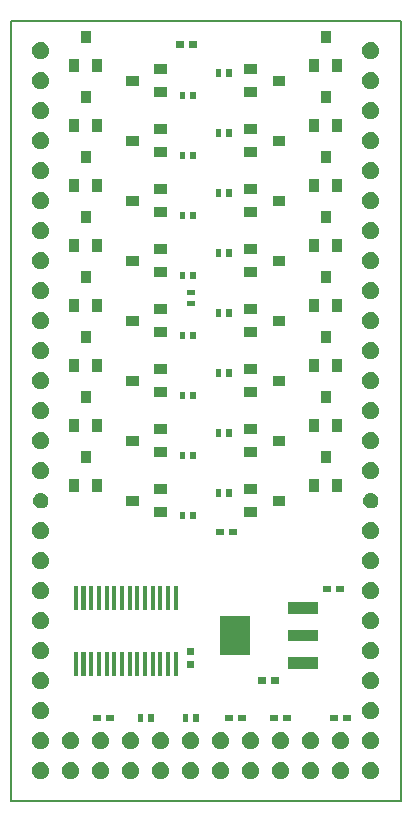
<source format=gbr>
%TF.GenerationSoftware,KiCad,Pcbnew,4.0.2-stable*%
%TF.CreationDate,2021-11-11T11:09:56-08:00*%
%TF.ProjectId,pwm,70776D2E6B696361645F706362000000,rev?*%
%TF.FileFunction,Soldermask,Top*%
%FSLAX46Y46*%
G04 Gerber Fmt 4.6, Leading zero omitted, Abs format (unit mm)*
G04 Created by KiCad (PCBNEW 4.0.2-stable) date 11/11/2021 11:09:56 AM*
%MOMM*%
G01*
G04 APERTURE LIST*
%ADD10C,0.100000*%
%ADD11C,0.150000*%
G04 APERTURE END LIST*
D10*
D11*
X153670000Y-71120000D02*
X186690000Y-71120000D01*
X153670000Y-137160000D02*
X186690000Y-137160000D01*
X153670000Y-137160000D02*
X153670000Y-71120000D01*
X186690000Y-71120000D02*
X186690000Y-137160000D01*
D10*
G36*
X156286032Y-133896579D02*
X156425102Y-133925126D01*
X156555969Y-133980137D01*
X156673666Y-134059525D01*
X156773701Y-134160261D01*
X156852259Y-134278499D01*
X156906359Y-134409756D01*
X156933847Y-134548579D01*
X156933847Y-134548593D01*
X156933931Y-134549018D01*
X156931667Y-134711168D01*
X156931570Y-134711594D01*
X156931570Y-134711606D01*
X156900218Y-134849605D01*
X156842475Y-134979296D01*
X156760643Y-135095301D01*
X156657836Y-135193203D01*
X156537972Y-135269271D01*
X156405611Y-135320611D01*
X156265807Y-135345262D01*
X156123875Y-135342288D01*
X155985217Y-135311802D01*
X155855128Y-135254968D01*
X155738555Y-135173948D01*
X155639936Y-135071825D01*
X155563035Y-134952497D01*
X155510773Y-134820500D01*
X155485146Y-134680868D01*
X155487128Y-134538914D01*
X155516643Y-134400056D01*
X155572569Y-134269571D01*
X155652774Y-134152434D01*
X155754205Y-134053105D01*
X155872997Y-133975370D01*
X156004625Y-133922189D01*
X156144075Y-133895587D01*
X156286032Y-133896579D01*
X156286032Y-133896579D01*
G37*
G36*
X158826032Y-133896579D02*
X158965102Y-133925126D01*
X159095969Y-133980137D01*
X159213666Y-134059525D01*
X159313701Y-134160261D01*
X159392259Y-134278499D01*
X159446359Y-134409756D01*
X159473847Y-134548579D01*
X159473847Y-134548593D01*
X159473931Y-134549018D01*
X159471667Y-134711168D01*
X159471570Y-134711594D01*
X159471570Y-134711606D01*
X159440218Y-134849605D01*
X159382475Y-134979296D01*
X159300643Y-135095301D01*
X159197836Y-135193203D01*
X159077972Y-135269271D01*
X158945611Y-135320611D01*
X158805807Y-135345262D01*
X158663875Y-135342288D01*
X158525217Y-135311802D01*
X158395128Y-135254968D01*
X158278555Y-135173948D01*
X158179936Y-135071825D01*
X158103035Y-134952497D01*
X158050773Y-134820500D01*
X158025146Y-134680868D01*
X158027128Y-134538914D01*
X158056643Y-134400056D01*
X158112569Y-134269571D01*
X158192774Y-134152434D01*
X158294205Y-134053105D01*
X158412997Y-133975370D01*
X158544625Y-133922189D01*
X158684075Y-133895587D01*
X158826032Y-133896579D01*
X158826032Y-133896579D01*
G37*
G36*
X171526032Y-133896579D02*
X171665102Y-133925126D01*
X171795969Y-133980137D01*
X171913666Y-134059525D01*
X172013701Y-134160261D01*
X172092259Y-134278499D01*
X172146359Y-134409756D01*
X172173847Y-134548579D01*
X172173847Y-134548593D01*
X172173931Y-134549018D01*
X172171667Y-134711168D01*
X172171570Y-134711594D01*
X172171570Y-134711606D01*
X172140218Y-134849605D01*
X172082475Y-134979296D01*
X172000643Y-135095301D01*
X171897836Y-135193203D01*
X171777972Y-135269271D01*
X171645611Y-135320611D01*
X171505807Y-135345262D01*
X171363875Y-135342288D01*
X171225217Y-135311802D01*
X171095128Y-135254968D01*
X170978555Y-135173948D01*
X170879936Y-135071825D01*
X170803035Y-134952497D01*
X170750773Y-134820500D01*
X170725146Y-134680868D01*
X170727128Y-134538914D01*
X170756643Y-134400056D01*
X170812569Y-134269571D01*
X170892774Y-134152434D01*
X170994205Y-134053105D01*
X171112997Y-133975370D01*
X171244625Y-133922189D01*
X171384075Y-133895587D01*
X171526032Y-133896579D01*
X171526032Y-133896579D01*
G37*
G36*
X161366032Y-133896579D02*
X161505102Y-133925126D01*
X161635969Y-133980137D01*
X161753666Y-134059525D01*
X161853701Y-134160261D01*
X161932259Y-134278499D01*
X161986359Y-134409756D01*
X162013847Y-134548579D01*
X162013847Y-134548593D01*
X162013931Y-134549018D01*
X162011667Y-134711168D01*
X162011570Y-134711594D01*
X162011570Y-134711606D01*
X161980218Y-134849605D01*
X161922475Y-134979296D01*
X161840643Y-135095301D01*
X161737836Y-135193203D01*
X161617972Y-135269271D01*
X161485611Y-135320611D01*
X161345807Y-135345262D01*
X161203875Y-135342288D01*
X161065217Y-135311802D01*
X160935128Y-135254968D01*
X160818555Y-135173948D01*
X160719936Y-135071825D01*
X160643035Y-134952497D01*
X160590773Y-134820500D01*
X160565146Y-134680868D01*
X160567128Y-134538914D01*
X160596643Y-134400056D01*
X160652569Y-134269571D01*
X160732774Y-134152434D01*
X160834205Y-134053105D01*
X160952997Y-133975370D01*
X161084625Y-133922189D01*
X161224075Y-133895587D01*
X161366032Y-133896579D01*
X161366032Y-133896579D01*
G37*
G36*
X163906032Y-133896579D02*
X164045102Y-133925126D01*
X164175969Y-133980137D01*
X164293666Y-134059525D01*
X164393701Y-134160261D01*
X164472259Y-134278499D01*
X164526359Y-134409756D01*
X164553847Y-134548579D01*
X164553847Y-134548593D01*
X164553931Y-134549018D01*
X164551667Y-134711168D01*
X164551570Y-134711594D01*
X164551570Y-134711606D01*
X164520218Y-134849605D01*
X164462475Y-134979296D01*
X164380643Y-135095301D01*
X164277836Y-135193203D01*
X164157972Y-135269271D01*
X164025611Y-135320611D01*
X163885807Y-135345262D01*
X163743875Y-135342288D01*
X163605217Y-135311802D01*
X163475128Y-135254968D01*
X163358555Y-135173948D01*
X163259936Y-135071825D01*
X163183035Y-134952497D01*
X163130773Y-134820500D01*
X163105146Y-134680868D01*
X163107128Y-134538914D01*
X163136643Y-134400056D01*
X163192569Y-134269571D01*
X163272774Y-134152434D01*
X163374205Y-134053105D01*
X163492997Y-133975370D01*
X163624625Y-133922189D01*
X163764075Y-133895587D01*
X163906032Y-133896579D01*
X163906032Y-133896579D01*
G37*
G36*
X166446032Y-133896579D02*
X166585102Y-133925126D01*
X166715969Y-133980137D01*
X166833666Y-134059525D01*
X166933701Y-134160261D01*
X167012259Y-134278499D01*
X167066359Y-134409756D01*
X167093847Y-134548579D01*
X167093847Y-134548593D01*
X167093931Y-134549018D01*
X167091667Y-134711168D01*
X167091570Y-134711594D01*
X167091570Y-134711606D01*
X167060218Y-134849605D01*
X167002475Y-134979296D01*
X166920643Y-135095301D01*
X166817836Y-135193203D01*
X166697972Y-135269271D01*
X166565611Y-135320611D01*
X166425807Y-135345262D01*
X166283875Y-135342288D01*
X166145217Y-135311802D01*
X166015128Y-135254968D01*
X165898555Y-135173948D01*
X165799936Y-135071825D01*
X165723035Y-134952497D01*
X165670773Y-134820500D01*
X165645146Y-134680868D01*
X165647128Y-134538914D01*
X165676643Y-134400056D01*
X165732569Y-134269571D01*
X165812774Y-134152434D01*
X165914205Y-134053105D01*
X166032997Y-133975370D01*
X166164625Y-133922189D01*
X166304075Y-133895587D01*
X166446032Y-133896579D01*
X166446032Y-133896579D01*
G37*
G36*
X168986032Y-133896579D02*
X169125102Y-133925126D01*
X169255969Y-133980137D01*
X169373666Y-134059525D01*
X169473701Y-134160261D01*
X169552259Y-134278499D01*
X169606359Y-134409756D01*
X169633847Y-134548579D01*
X169633847Y-134548593D01*
X169633931Y-134549018D01*
X169631667Y-134711168D01*
X169631570Y-134711594D01*
X169631570Y-134711606D01*
X169600218Y-134849605D01*
X169542475Y-134979296D01*
X169460643Y-135095301D01*
X169357836Y-135193203D01*
X169237972Y-135269271D01*
X169105611Y-135320611D01*
X168965807Y-135345262D01*
X168823875Y-135342288D01*
X168685217Y-135311802D01*
X168555128Y-135254968D01*
X168438555Y-135173948D01*
X168339936Y-135071825D01*
X168263035Y-134952497D01*
X168210773Y-134820500D01*
X168185146Y-134680868D01*
X168187128Y-134538914D01*
X168216643Y-134400056D01*
X168272569Y-134269571D01*
X168352774Y-134152434D01*
X168454205Y-134053105D01*
X168572997Y-133975370D01*
X168704625Y-133922189D01*
X168844075Y-133895587D01*
X168986032Y-133896579D01*
X168986032Y-133896579D01*
G37*
G36*
X176606032Y-133896579D02*
X176745102Y-133925126D01*
X176875969Y-133980137D01*
X176993666Y-134059525D01*
X177093701Y-134160261D01*
X177172259Y-134278499D01*
X177226359Y-134409756D01*
X177253847Y-134548579D01*
X177253847Y-134548593D01*
X177253931Y-134549018D01*
X177251667Y-134711168D01*
X177251570Y-134711594D01*
X177251570Y-134711606D01*
X177220218Y-134849605D01*
X177162475Y-134979296D01*
X177080643Y-135095301D01*
X176977836Y-135193203D01*
X176857972Y-135269271D01*
X176725611Y-135320611D01*
X176585807Y-135345262D01*
X176443875Y-135342288D01*
X176305217Y-135311802D01*
X176175128Y-135254968D01*
X176058555Y-135173948D01*
X175959936Y-135071825D01*
X175883035Y-134952497D01*
X175830773Y-134820500D01*
X175805146Y-134680868D01*
X175807128Y-134538914D01*
X175836643Y-134400056D01*
X175892569Y-134269571D01*
X175972774Y-134152434D01*
X176074205Y-134053105D01*
X176192997Y-133975370D01*
X176324625Y-133922189D01*
X176464075Y-133895587D01*
X176606032Y-133896579D01*
X176606032Y-133896579D01*
G37*
G36*
X174066032Y-133896579D02*
X174205102Y-133925126D01*
X174335969Y-133980137D01*
X174453666Y-134059525D01*
X174553701Y-134160261D01*
X174632259Y-134278499D01*
X174686359Y-134409756D01*
X174713847Y-134548579D01*
X174713847Y-134548593D01*
X174713931Y-134549018D01*
X174711667Y-134711168D01*
X174711570Y-134711594D01*
X174711570Y-134711606D01*
X174680218Y-134849605D01*
X174622475Y-134979296D01*
X174540643Y-135095301D01*
X174437836Y-135193203D01*
X174317972Y-135269271D01*
X174185611Y-135320611D01*
X174045807Y-135345262D01*
X173903875Y-135342288D01*
X173765217Y-135311802D01*
X173635128Y-135254968D01*
X173518555Y-135173948D01*
X173419936Y-135071825D01*
X173343035Y-134952497D01*
X173290773Y-134820500D01*
X173265146Y-134680868D01*
X173267128Y-134538914D01*
X173296643Y-134400056D01*
X173352569Y-134269571D01*
X173432774Y-134152434D01*
X173534205Y-134053105D01*
X173652997Y-133975370D01*
X173784625Y-133922189D01*
X173924075Y-133895587D01*
X174066032Y-133896579D01*
X174066032Y-133896579D01*
G37*
G36*
X184226032Y-133896579D02*
X184365102Y-133925126D01*
X184495969Y-133980137D01*
X184613666Y-134059525D01*
X184713701Y-134160261D01*
X184792259Y-134278499D01*
X184846359Y-134409756D01*
X184873847Y-134548579D01*
X184873847Y-134548593D01*
X184873931Y-134549018D01*
X184871667Y-134711168D01*
X184871570Y-134711594D01*
X184871570Y-134711606D01*
X184840218Y-134849605D01*
X184782475Y-134979296D01*
X184700643Y-135095301D01*
X184597836Y-135193203D01*
X184477972Y-135269271D01*
X184345611Y-135320611D01*
X184205807Y-135345262D01*
X184063875Y-135342288D01*
X183925217Y-135311802D01*
X183795128Y-135254968D01*
X183678555Y-135173948D01*
X183579936Y-135071825D01*
X183503035Y-134952497D01*
X183450773Y-134820500D01*
X183425146Y-134680868D01*
X183427128Y-134538914D01*
X183456643Y-134400056D01*
X183512569Y-134269571D01*
X183592774Y-134152434D01*
X183694205Y-134053105D01*
X183812997Y-133975370D01*
X183944625Y-133922189D01*
X184084075Y-133895587D01*
X184226032Y-133896579D01*
X184226032Y-133896579D01*
G37*
G36*
X179146032Y-133896579D02*
X179285102Y-133925126D01*
X179415969Y-133980137D01*
X179533666Y-134059525D01*
X179633701Y-134160261D01*
X179712259Y-134278499D01*
X179766359Y-134409756D01*
X179793847Y-134548579D01*
X179793847Y-134548593D01*
X179793931Y-134549018D01*
X179791667Y-134711168D01*
X179791570Y-134711594D01*
X179791570Y-134711606D01*
X179760218Y-134849605D01*
X179702475Y-134979296D01*
X179620643Y-135095301D01*
X179517836Y-135193203D01*
X179397972Y-135269271D01*
X179265611Y-135320611D01*
X179125807Y-135345262D01*
X178983875Y-135342288D01*
X178845217Y-135311802D01*
X178715128Y-135254968D01*
X178598555Y-135173948D01*
X178499936Y-135071825D01*
X178423035Y-134952497D01*
X178370773Y-134820500D01*
X178345146Y-134680868D01*
X178347128Y-134538914D01*
X178376643Y-134400056D01*
X178432569Y-134269571D01*
X178512774Y-134152434D01*
X178614205Y-134053105D01*
X178732997Y-133975370D01*
X178864625Y-133922189D01*
X179004075Y-133895587D01*
X179146032Y-133896579D01*
X179146032Y-133896579D01*
G37*
G36*
X181686032Y-133896579D02*
X181825102Y-133925126D01*
X181955969Y-133980137D01*
X182073666Y-134059525D01*
X182173701Y-134160261D01*
X182252259Y-134278499D01*
X182306359Y-134409756D01*
X182333847Y-134548579D01*
X182333847Y-134548593D01*
X182333931Y-134549018D01*
X182331667Y-134711168D01*
X182331570Y-134711594D01*
X182331570Y-134711606D01*
X182300218Y-134849605D01*
X182242475Y-134979296D01*
X182160643Y-135095301D01*
X182057836Y-135193203D01*
X181937972Y-135269271D01*
X181805611Y-135320611D01*
X181665807Y-135345262D01*
X181523875Y-135342288D01*
X181385217Y-135311802D01*
X181255128Y-135254968D01*
X181138555Y-135173948D01*
X181039936Y-135071825D01*
X180963035Y-134952497D01*
X180910773Y-134820500D01*
X180885146Y-134680868D01*
X180887128Y-134538914D01*
X180916643Y-134400056D01*
X180972569Y-134269571D01*
X181052774Y-134152434D01*
X181154205Y-134053105D01*
X181272997Y-133975370D01*
X181404625Y-133922189D01*
X181544075Y-133895587D01*
X181686032Y-133896579D01*
X181686032Y-133896579D01*
G37*
G36*
X156286032Y-131356579D02*
X156425102Y-131385126D01*
X156555969Y-131440137D01*
X156673666Y-131519525D01*
X156773701Y-131620261D01*
X156852259Y-131738499D01*
X156906359Y-131869756D01*
X156933847Y-132008579D01*
X156933847Y-132008593D01*
X156933931Y-132009018D01*
X156931667Y-132171168D01*
X156931570Y-132171594D01*
X156931570Y-132171606D01*
X156900218Y-132309605D01*
X156842475Y-132439296D01*
X156760643Y-132555301D01*
X156657836Y-132653203D01*
X156537972Y-132729271D01*
X156405611Y-132780611D01*
X156265807Y-132805262D01*
X156123875Y-132802288D01*
X155985217Y-132771802D01*
X155855128Y-132714968D01*
X155738555Y-132633948D01*
X155639936Y-132531825D01*
X155563035Y-132412497D01*
X155510773Y-132280500D01*
X155485146Y-132140868D01*
X155487128Y-131998914D01*
X155516643Y-131860056D01*
X155572569Y-131729571D01*
X155652774Y-131612434D01*
X155754205Y-131513105D01*
X155872997Y-131435370D01*
X156004625Y-131382189D01*
X156144075Y-131355587D01*
X156286032Y-131356579D01*
X156286032Y-131356579D01*
G37*
G36*
X181686032Y-131356579D02*
X181825102Y-131385126D01*
X181955969Y-131440137D01*
X182073666Y-131519525D01*
X182173701Y-131620261D01*
X182252259Y-131738499D01*
X182306359Y-131869756D01*
X182333847Y-132008579D01*
X182333847Y-132008593D01*
X182333931Y-132009018D01*
X182331667Y-132171168D01*
X182331570Y-132171594D01*
X182331570Y-132171606D01*
X182300218Y-132309605D01*
X182242475Y-132439296D01*
X182160643Y-132555301D01*
X182057836Y-132653203D01*
X181937972Y-132729271D01*
X181805611Y-132780611D01*
X181665807Y-132805262D01*
X181523875Y-132802288D01*
X181385217Y-132771802D01*
X181255128Y-132714968D01*
X181138555Y-132633948D01*
X181039936Y-132531825D01*
X180963035Y-132412497D01*
X180910773Y-132280500D01*
X180885146Y-132140868D01*
X180887128Y-131998914D01*
X180916643Y-131860056D01*
X180972569Y-131729571D01*
X181052774Y-131612434D01*
X181154205Y-131513105D01*
X181272997Y-131435370D01*
X181404625Y-131382189D01*
X181544075Y-131355587D01*
X181686032Y-131356579D01*
X181686032Y-131356579D01*
G37*
G36*
X184226032Y-131356579D02*
X184365102Y-131385126D01*
X184495969Y-131440137D01*
X184613666Y-131519525D01*
X184713701Y-131620261D01*
X184792259Y-131738499D01*
X184846359Y-131869756D01*
X184873847Y-132008579D01*
X184873847Y-132008593D01*
X184873931Y-132009018D01*
X184871667Y-132171168D01*
X184871570Y-132171594D01*
X184871570Y-132171606D01*
X184840218Y-132309605D01*
X184782475Y-132439296D01*
X184700643Y-132555301D01*
X184597836Y-132653203D01*
X184477972Y-132729271D01*
X184345611Y-132780611D01*
X184205807Y-132805262D01*
X184063875Y-132802288D01*
X183925217Y-132771802D01*
X183795128Y-132714968D01*
X183678555Y-132633948D01*
X183579936Y-132531825D01*
X183503035Y-132412497D01*
X183450773Y-132280500D01*
X183425146Y-132140868D01*
X183427128Y-131998914D01*
X183456643Y-131860056D01*
X183512569Y-131729571D01*
X183592774Y-131612434D01*
X183694205Y-131513105D01*
X183812997Y-131435370D01*
X183944625Y-131382189D01*
X184084075Y-131355587D01*
X184226032Y-131356579D01*
X184226032Y-131356579D01*
G37*
G36*
X179146032Y-131356579D02*
X179285102Y-131385126D01*
X179415969Y-131440137D01*
X179533666Y-131519525D01*
X179633701Y-131620261D01*
X179712259Y-131738499D01*
X179766359Y-131869756D01*
X179793847Y-132008579D01*
X179793847Y-132008593D01*
X179793931Y-132009018D01*
X179791667Y-132171168D01*
X179791570Y-132171594D01*
X179791570Y-132171606D01*
X179760218Y-132309605D01*
X179702475Y-132439296D01*
X179620643Y-132555301D01*
X179517836Y-132653203D01*
X179397972Y-132729271D01*
X179265611Y-132780611D01*
X179125807Y-132805262D01*
X178983875Y-132802288D01*
X178845217Y-132771802D01*
X178715128Y-132714968D01*
X178598555Y-132633948D01*
X178499936Y-132531825D01*
X178423035Y-132412497D01*
X178370773Y-132280500D01*
X178345146Y-132140868D01*
X178347128Y-131998914D01*
X178376643Y-131860056D01*
X178432569Y-131729571D01*
X178512774Y-131612434D01*
X178614205Y-131513105D01*
X178732997Y-131435370D01*
X178864625Y-131382189D01*
X179004075Y-131355587D01*
X179146032Y-131356579D01*
X179146032Y-131356579D01*
G37*
G36*
X176606032Y-131356579D02*
X176745102Y-131385126D01*
X176875969Y-131440137D01*
X176993666Y-131519525D01*
X177093701Y-131620261D01*
X177172259Y-131738499D01*
X177226359Y-131869756D01*
X177253847Y-132008579D01*
X177253847Y-132008593D01*
X177253931Y-132009018D01*
X177251667Y-132171168D01*
X177251570Y-132171594D01*
X177251570Y-132171606D01*
X177220218Y-132309605D01*
X177162475Y-132439296D01*
X177080643Y-132555301D01*
X176977836Y-132653203D01*
X176857972Y-132729271D01*
X176725611Y-132780611D01*
X176585807Y-132805262D01*
X176443875Y-132802288D01*
X176305217Y-132771802D01*
X176175128Y-132714968D01*
X176058555Y-132633948D01*
X175959936Y-132531825D01*
X175883035Y-132412497D01*
X175830773Y-132280500D01*
X175805146Y-132140868D01*
X175807128Y-131998914D01*
X175836643Y-131860056D01*
X175892569Y-131729571D01*
X175972774Y-131612434D01*
X176074205Y-131513105D01*
X176192997Y-131435370D01*
X176324625Y-131382189D01*
X176464075Y-131355587D01*
X176606032Y-131356579D01*
X176606032Y-131356579D01*
G37*
G36*
X174066032Y-131356579D02*
X174205102Y-131385126D01*
X174335969Y-131440137D01*
X174453666Y-131519525D01*
X174553701Y-131620261D01*
X174632259Y-131738499D01*
X174686359Y-131869756D01*
X174713847Y-132008579D01*
X174713847Y-132008593D01*
X174713931Y-132009018D01*
X174711667Y-132171168D01*
X174711570Y-132171594D01*
X174711570Y-132171606D01*
X174680218Y-132309605D01*
X174622475Y-132439296D01*
X174540643Y-132555301D01*
X174437836Y-132653203D01*
X174317972Y-132729271D01*
X174185611Y-132780611D01*
X174045807Y-132805262D01*
X173903875Y-132802288D01*
X173765217Y-132771802D01*
X173635128Y-132714968D01*
X173518555Y-132633948D01*
X173419936Y-132531825D01*
X173343035Y-132412497D01*
X173290773Y-132280500D01*
X173265146Y-132140868D01*
X173267128Y-131998914D01*
X173296643Y-131860056D01*
X173352569Y-131729571D01*
X173432774Y-131612434D01*
X173534205Y-131513105D01*
X173652997Y-131435370D01*
X173784625Y-131382189D01*
X173924075Y-131355587D01*
X174066032Y-131356579D01*
X174066032Y-131356579D01*
G37*
G36*
X171526032Y-131356579D02*
X171665102Y-131385126D01*
X171795969Y-131440137D01*
X171913666Y-131519525D01*
X172013701Y-131620261D01*
X172092259Y-131738499D01*
X172146359Y-131869756D01*
X172173847Y-132008579D01*
X172173847Y-132008593D01*
X172173931Y-132009018D01*
X172171667Y-132171168D01*
X172171570Y-132171594D01*
X172171570Y-132171606D01*
X172140218Y-132309605D01*
X172082475Y-132439296D01*
X172000643Y-132555301D01*
X171897836Y-132653203D01*
X171777972Y-132729271D01*
X171645611Y-132780611D01*
X171505807Y-132805262D01*
X171363875Y-132802288D01*
X171225217Y-132771802D01*
X171095128Y-132714968D01*
X170978555Y-132633948D01*
X170879936Y-132531825D01*
X170803035Y-132412497D01*
X170750773Y-132280500D01*
X170725146Y-132140868D01*
X170727128Y-131998914D01*
X170756643Y-131860056D01*
X170812569Y-131729571D01*
X170892774Y-131612434D01*
X170994205Y-131513105D01*
X171112997Y-131435370D01*
X171244625Y-131382189D01*
X171384075Y-131355587D01*
X171526032Y-131356579D01*
X171526032Y-131356579D01*
G37*
G36*
X168986032Y-131356579D02*
X169125102Y-131385126D01*
X169255969Y-131440137D01*
X169373666Y-131519525D01*
X169473701Y-131620261D01*
X169552259Y-131738499D01*
X169606359Y-131869756D01*
X169633847Y-132008579D01*
X169633847Y-132008593D01*
X169633931Y-132009018D01*
X169631667Y-132171168D01*
X169631570Y-132171594D01*
X169631570Y-132171606D01*
X169600218Y-132309605D01*
X169542475Y-132439296D01*
X169460643Y-132555301D01*
X169357836Y-132653203D01*
X169237972Y-132729271D01*
X169105611Y-132780611D01*
X168965807Y-132805262D01*
X168823875Y-132802288D01*
X168685217Y-132771802D01*
X168555128Y-132714968D01*
X168438555Y-132633948D01*
X168339936Y-132531825D01*
X168263035Y-132412497D01*
X168210773Y-132280500D01*
X168185146Y-132140868D01*
X168187128Y-131998914D01*
X168216643Y-131860056D01*
X168272569Y-131729571D01*
X168352774Y-131612434D01*
X168454205Y-131513105D01*
X168572997Y-131435370D01*
X168704625Y-131382189D01*
X168844075Y-131355587D01*
X168986032Y-131356579D01*
X168986032Y-131356579D01*
G37*
G36*
X166446032Y-131356579D02*
X166585102Y-131385126D01*
X166715969Y-131440137D01*
X166833666Y-131519525D01*
X166933701Y-131620261D01*
X167012259Y-131738499D01*
X167066359Y-131869756D01*
X167093847Y-132008579D01*
X167093847Y-132008593D01*
X167093931Y-132009018D01*
X167091667Y-132171168D01*
X167091570Y-132171594D01*
X167091570Y-132171606D01*
X167060218Y-132309605D01*
X167002475Y-132439296D01*
X166920643Y-132555301D01*
X166817836Y-132653203D01*
X166697972Y-132729271D01*
X166565611Y-132780611D01*
X166425807Y-132805262D01*
X166283875Y-132802288D01*
X166145217Y-132771802D01*
X166015128Y-132714968D01*
X165898555Y-132633948D01*
X165799936Y-132531825D01*
X165723035Y-132412497D01*
X165670773Y-132280500D01*
X165645146Y-132140868D01*
X165647128Y-131998914D01*
X165676643Y-131860056D01*
X165732569Y-131729571D01*
X165812774Y-131612434D01*
X165914205Y-131513105D01*
X166032997Y-131435370D01*
X166164625Y-131382189D01*
X166304075Y-131355587D01*
X166446032Y-131356579D01*
X166446032Y-131356579D01*
G37*
G36*
X163906032Y-131356579D02*
X164045102Y-131385126D01*
X164175969Y-131440137D01*
X164293666Y-131519525D01*
X164393701Y-131620261D01*
X164472259Y-131738499D01*
X164526359Y-131869756D01*
X164553847Y-132008579D01*
X164553847Y-132008593D01*
X164553931Y-132009018D01*
X164551667Y-132171168D01*
X164551570Y-132171594D01*
X164551570Y-132171606D01*
X164520218Y-132309605D01*
X164462475Y-132439296D01*
X164380643Y-132555301D01*
X164277836Y-132653203D01*
X164157972Y-132729271D01*
X164025611Y-132780611D01*
X163885807Y-132805262D01*
X163743875Y-132802288D01*
X163605217Y-132771802D01*
X163475128Y-132714968D01*
X163358555Y-132633948D01*
X163259936Y-132531825D01*
X163183035Y-132412497D01*
X163130773Y-132280500D01*
X163105146Y-132140868D01*
X163107128Y-131998914D01*
X163136643Y-131860056D01*
X163192569Y-131729571D01*
X163272774Y-131612434D01*
X163374205Y-131513105D01*
X163492997Y-131435370D01*
X163624625Y-131382189D01*
X163764075Y-131355587D01*
X163906032Y-131356579D01*
X163906032Y-131356579D01*
G37*
G36*
X161366032Y-131356579D02*
X161505102Y-131385126D01*
X161635969Y-131440137D01*
X161753666Y-131519525D01*
X161853701Y-131620261D01*
X161932259Y-131738499D01*
X161986359Y-131869756D01*
X162013847Y-132008579D01*
X162013847Y-132008593D01*
X162013931Y-132009018D01*
X162011667Y-132171168D01*
X162011570Y-132171594D01*
X162011570Y-132171606D01*
X161980218Y-132309605D01*
X161922475Y-132439296D01*
X161840643Y-132555301D01*
X161737836Y-132653203D01*
X161617972Y-132729271D01*
X161485611Y-132780611D01*
X161345807Y-132805262D01*
X161203875Y-132802288D01*
X161065217Y-132771802D01*
X160935128Y-132714968D01*
X160818555Y-132633948D01*
X160719936Y-132531825D01*
X160643035Y-132412497D01*
X160590773Y-132280500D01*
X160565146Y-132140868D01*
X160567128Y-131998914D01*
X160596643Y-131860056D01*
X160652569Y-131729571D01*
X160732774Y-131612434D01*
X160834205Y-131513105D01*
X160952997Y-131435370D01*
X161084625Y-131382189D01*
X161224075Y-131355587D01*
X161366032Y-131356579D01*
X161366032Y-131356579D01*
G37*
G36*
X158826032Y-131356579D02*
X158965102Y-131385126D01*
X159095969Y-131440137D01*
X159213666Y-131519525D01*
X159313701Y-131620261D01*
X159392259Y-131738499D01*
X159446359Y-131869756D01*
X159473847Y-132008579D01*
X159473847Y-132008593D01*
X159473931Y-132009018D01*
X159471667Y-132171168D01*
X159471570Y-132171594D01*
X159471570Y-132171606D01*
X159440218Y-132309605D01*
X159382475Y-132439296D01*
X159300643Y-132555301D01*
X159197836Y-132653203D01*
X159077972Y-132729271D01*
X158945611Y-132780611D01*
X158805807Y-132805262D01*
X158663875Y-132802288D01*
X158525217Y-132771802D01*
X158395128Y-132714968D01*
X158278555Y-132633948D01*
X158179936Y-132531825D01*
X158103035Y-132412497D01*
X158050773Y-132280500D01*
X158025146Y-132140868D01*
X158027128Y-131998914D01*
X158056643Y-131860056D01*
X158112569Y-131729571D01*
X158192774Y-131612434D01*
X158294205Y-131513105D01*
X158412997Y-131435370D01*
X158544625Y-131382189D01*
X158684075Y-131355587D01*
X158826032Y-131356579D01*
X158826032Y-131356579D01*
G37*
G36*
X164875400Y-130500400D02*
X164424600Y-130500400D01*
X164424600Y-129849600D01*
X164875400Y-129849600D01*
X164875400Y-130500400D01*
X164875400Y-130500400D01*
G37*
G36*
X169585400Y-130500400D02*
X169134600Y-130500400D01*
X169134600Y-129849600D01*
X169585400Y-129849600D01*
X169585400Y-130500400D01*
X169585400Y-130500400D01*
G37*
G36*
X165775400Y-130500400D02*
X165324600Y-130500400D01*
X165324600Y-129849600D01*
X165775400Y-129849600D01*
X165775400Y-130500400D01*
X165775400Y-130500400D01*
G37*
G36*
X168685400Y-130500400D02*
X168234600Y-130500400D01*
X168234600Y-129849600D01*
X168685400Y-129849600D01*
X168685400Y-130500400D01*
X168685400Y-130500400D01*
G37*
G36*
X173595400Y-130450400D02*
X172944600Y-130450400D01*
X172944600Y-129899600D01*
X173595400Y-129899600D01*
X173595400Y-130450400D01*
X173595400Y-130450400D01*
G37*
G36*
X172495400Y-130450400D02*
X171844600Y-130450400D01*
X171844600Y-129899600D01*
X172495400Y-129899600D01*
X172495400Y-130450400D01*
X172495400Y-130450400D01*
G37*
G36*
X161319400Y-130450400D02*
X160668600Y-130450400D01*
X160668600Y-129899600D01*
X161319400Y-129899600D01*
X161319400Y-130450400D01*
X161319400Y-130450400D01*
G37*
G36*
X162419400Y-130450400D02*
X161768600Y-130450400D01*
X161768600Y-129899600D01*
X162419400Y-129899600D01*
X162419400Y-130450400D01*
X162419400Y-130450400D01*
G37*
G36*
X182485400Y-130450400D02*
X181834600Y-130450400D01*
X181834600Y-129899600D01*
X182485400Y-129899600D01*
X182485400Y-130450400D01*
X182485400Y-130450400D01*
G37*
G36*
X181385400Y-130450400D02*
X180734600Y-130450400D01*
X180734600Y-129899600D01*
X181385400Y-129899600D01*
X181385400Y-130450400D01*
X181385400Y-130450400D01*
G37*
G36*
X176305400Y-130450400D02*
X175654600Y-130450400D01*
X175654600Y-129899600D01*
X176305400Y-129899600D01*
X176305400Y-130450400D01*
X176305400Y-130450400D01*
G37*
G36*
X177405400Y-130450400D02*
X176754600Y-130450400D01*
X176754600Y-129899600D01*
X177405400Y-129899600D01*
X177405400Y-130450400D01*
X177405400Y-130450400D01*
G37*
G36*
X184226032Y-128816579D02*
X184365102Y-128845126D01*
X184495969Y-128900137D01*
X184613666Y-128979525D01*
X184713701Y-129080261D01*
X184792259Y-129198499D01*
X184846359Y-129329756D01*
X184873847Y-129468579D01*
X184873847Y-129468593D01*
X184873931Y-129469018D01*
X184871667Y-129631168D01*
X184871570Y-129631594D01*
X184871570Y-129631606D01*
X184840218Y-129769605D01*
X184782475Y-129899296D01*
X184700643Y-130015301D01*
X184597836Y-130113203D01*
X184477972Y-130189271D01*
X184345611Y-130240611D01*
X184205807Y-130265262D01*
X184063875Y-130262288D01*
X183925217Y-130231802D01*
X183795128Y-130174968D01*
X183678555Y-130093948D01*
X183579936Y-129991825D01*
X183503035Y-129872497D01*
X183450773Y-129740500D01*
X183425146Y-129600868D01*
X183427128Y-129458914D01*
X183456643Y-129320056D01*
X183512569Y-129189571D01*
X183592774Y-129072434D01*
X183694205Y-128973105D01*
X183812997Y-128895370D01*
X183944625Y-128842189D01*
X184084075Y-128815587D01*
X184226032Y-128816579D01*
X184226032Y-128816579D01*
G37*
G36*
X156286032Y-128816579D02*
X156425102Y-128845126D01*
X156555969Y-128900137D01*
X156673666Y-128979525D01*
X156773701Y-129080261D01*
X156852259Y-129198499D01*
X156906359Y-129329756D01*
X156933847Y-129468579D01*
X156933847Y-129468593D01*
X156933931Y-129469018D01*
X156931667Y-129631168D01*
X156931570Y-129631594D01*
X156931570Y-129631606D01*
X156900218Y-129769605D01*
X156842475Y-129899296D01*
X156760643Y-130015301D01*
X156657836Y-130113203D01*
X156537972Y-130189271D01*
X156405611Y-130240611D01*
X156265807Y-130265262D01*
X156123875Y-130262288D01*
X155985217Y-130231802D01*
X155855128Y-130174968D01*
X155738555Y-130093948D01*
X155639936Y-129991825D01*
X155563035Y-129872497D01*
X155510773Y-129740500D01*
X155485146Y-129600868D01*
X155487128Y-129458914D01*
X155516643Y-129320056D01*
X155572569Y-129189571D01*
X155652774Y-129072434D01*
X155754205Y-128973105D01*
X155872997Y-128895370D01*
X156004625Y-128842189D01*
X156144075Y-128815587D01*
X156286032Y-128816579D01*
X156286032Y-128816579D01*
G37*
G36*
X184226032Y-126276579D02*
X184365102Y-126305126D01*
X184495969Y-126360137D01*
X184613666Y-126439525D01*
X184713701Y-126540261D01*
X184792259Y-126658499D01*
X184846359Y-126789756D01*
X184873847Y-126928579D01*
X184873847Y-126928593D01*
X184873931Y-126929018D01*
X184871667Y-127091168D01*
X184871570Y-127091594D01*
X184871570Y-127091606D01*
X184840218Y-127229605D01*
X184782475Y-127359296D01*
X184700643Y-127475301D01*
X184597836Y-127573203D01*
X184477972Y-127649271D01*
X184345611Y-127700611D01*
X184205807Y-127725262D01*
X184063875Y-127722288D01*
X183925217Y-127691802D01*
X183795128Y-127634968D01*
X183678555Y-127553948D01*
X183579936Y-127451825D01*
X183503035Y-127332497D01*
X183450773Y-127200500D01*
X183425146Y-127060868D01*
X183427128Y-126918914D01*
X183456643Y-126780056D01*
X183512569Y-126649571D01*
X183592774Y-126532434D01*
X183694205Y-126433105D01*
X183812997Y-126355370D01*
X183944625Y-126302189D01*
X184084075Y-126275587D01*
X184226032Y-126276579D01*
X184226032Y-126276579D01*
G37*
G36*
X156286032Y-126276579D02*
X156425102Y-126305126D01*
X156555969Y-126360137D01*
X156673666Y-126439525D01*
X156773701Y-126540261D01*
X156852259Y-126658499D01*
X156906359Y-126789756D01*
X156933847Y-126928579D01*
X156933847Y-126928593D01*
X156933931Y-126929018D01*
X156931667Y-127091168D01*
X156931570Y-127091594D01*
X156931570Y-127091606D01*
X156900218Y-127229605D01*
X156842475Y-127359296D01*
X156760643Y-127475301D01*
X156657836Y-127573203D01*
X156537972Y-127649271D01*
X156405611Y-127700611D01*
X156265807Y-127725262D01*
X156123875Y-127722288D01*
X155985217Y-127691802D01*
X155855128Y-127634968D01*
X155738555Y-127553948D01*
X155639936Y-127451825D01*
X155563035Y-127332497D01*
X155510773Y-127200500D01*
X155485146Y-127060868D01*
X155487128Y-126918914D01*
X155516643Y-126780056D01*
X155572569Y-126649571D01*
X155652774Y-126532434D01*
X155754205Y-126433105D01*
X155872997Y-126355370D01*
X156004625Y-126302189D01*
X156144075Y-126275587D01*
X156286032Y-126276579D01*
X156286032Y-126276579D01*
G37*
G36*
X175289400Y-127275400D02*
X174638600Y-127275400D01*
X174638600Y-126724600D01*
X175289400Y-126724600D01*
X175289400Y-127275400D01*
X175289400Y-127275400D01*
G37*
G36*
X176389400Y-127275400D02*
X175738600Y-127275400D01*
X175738600Y-126724600D01*
X176389400Y-126724600D01*
X176389400Y-127275400D01*
X176389400Y-127275400D01*
G37*
G36*
X162615400Y-126640400D02*
X162264600Y-126640400D01*
X162264600Y-124589600D01*
X162615400Y-124589600D01*
X162615400Y-126640400D01*
X162615400Y-126640400D01*
G37*
G36*
X165865400Y-126640400D02*
X165514600Y-126640400D01*
X165514600Y-124589600D01*
X165865400Y-124589600D01*
X165865400Y-126640400D01*
X165865400Y-126640400D01*
G37*
G36*
X167815400Y-126640400D02*
X167464600Y-126640400D01*
X167464600Y-124589600D01*
X167815400Y-124589600D01*
X167815400Y-126640400D01*
X167815400Y-126640400D01*
G37*
G36*
X167165400Y-126640400D02*
X166814600Y-126640400D01*
X166814600Y-124589600D01*
X167165400Y-124589600D01*
X167165400Y-126640400D01*
X167165400Y-126640400D01*
G37*
G36*
X160015400Y-126640400D02*
X159664600Y-126640400D01*
X159664600Y-124589600D01*
X160015400Y-124589600D01*
X160015400Y-126640400D01*
X160015400Y-126640400D01*
G37*
G36*
X161315400Y-126640400D02*
X160964600Y-126640400D01*
X160964600Y-124589600D01*
X161315400Y-124589600D01*
X161315400Y-126640400D01*
X161315400Y-126640400D01*
G37*
G36*
X161965400Y-126640400D02*
X161614600Y-126640400D01*
X161614600Y-124589600D01*
X161965400Y-124589600D01*
X161965400Y-126640400D01*
X161965400Y-126640400D01*
G37*
G36*
X163265400Y-126640400D02*
X162914600Y-126640400D01*
X162914600Y-124589600D01*
X163265400Y-124589600D01*
X163265400Y-126640400D01*
X163265400Y-126640400D01*
G37*
G36*
X159365400Y-126640400D02*
X159014600Y-126640400D01*
X159014600Y-124589600D01*
X159365400Y-124589600D01*
X159365400Y-126640400D01*
X159365400Y-126640400D01*
G37*
G36*
X164565400Y-126640400D02*
X164214600Y-126640400D01*
X164214600Y-124589600D01*
X164565400Y-124589600D01*
X164565400Y-126640400D01*
X164565400Y-126640400D01*
G37*
G36*
X165215400Y-126640400D02*
X164864600Y-126640400D01*
X164864600Y-124589600D01*
X165215400Y-124589600D01*
X165215400Y-126640400D01*
X165215400Y-126640400D01*
G37*
G36*
X160665400Y-126640400D02*
X160314600Y-126640400D01*
X160314600Y-124589600D01*
X160665400Y-124589600D01*
X160665400Y-126640400D01*
X160665400Y-126640400D01*
G37*
G36*
X166515400Y-126640400D02*
X166164600Y-126640400D01*
X166164600Y-124589600D01*
X166515400Y-124589600D01*
X166515400Y-126640400D01*
X166515400Y-126640400D01*
G37*
G36*
X163915400Y-126640400D02*
X163564600Y-126640400D01*
X163564600Y-124589600D01*
X163915400Y-124589600D01*
X163915400Y-126640400D01*
X163915400Y-126640400D01*
G37*
G36*
X179710400Y-125990400D02*
X177159600Y-125990400D01*
X177159600Y-124989600D01*
X179710400Y-124989600D01*
X179710400Y-125990400D01*
X179710400Y-125990400D01*
G37*
G36*
X169185400Y-125970400D02*
X168634600Y-125970400D01*
X168634600Y-125319600D01*
X169185400Y-125319600D01*
X169185400Y-125970400D01*
X169185400Y-125970400D01*
G37*
G36*
X156286032Y-123736579D02*
X156425102Y-123765126D01*
X156555969Y-123820137D01*
X156673666Y-123899525D01*
X156773701Y-124000261D01*
X156852259Y-124118499D01*
X156906359Y-124249756D01*
X156933847Y-124388579D01*
X156933847Y-124388593D01*
X156933931Y-124389018D01*
X156931667Y-124551168D01*
X156931570Y-124551594D01*
X156931570Y-124551606D01*
X156900218Y-124689605D01*
X156842475Y-124819296D01*
X156760643Y-124935301D01*
X156657836Y-125033203D01*
X156537972Y-125109271D01*
X156405611Y-125160611D01*
X156265807Y-125185262D01*
X156123875Y-125182288D01*
X155985217Y-125151802D01*
X155855128Y-125094968D01*
X155738555Y-125013948D01*
X155639936Y-124911825D01*
X155563035Y-124792497D01*
X155510773Y-124660500D01*
X155485146Y-124520868D01*
X155487128Y-124378914D01*
X155516643Y-124240056D01*
X155572569Y-124109571D01*
X155652774Y-123992434D01*
X155754205Y-123893105D01*
X155872997Y-123815370D01*
X156004625Y-123762189D01*
X156144075Y-123735587D01*
X156286032Y-123736579D01*
X156286032Y-123736579D01*
G37*
G36*
X184226032Y-123736579D02*
X184365102Y-123765126D01*
X184495969Y-123820137D01*
X184613666Y-123899525D01*
X184713701Y-124000261D01*
X184792259Y-124118499D01*
X184846359Y-124249756D01*
X184873847Y-124388579D01*
X184873847Y-124388593D01*
X184873931Y-124389018D01*
X184871667Y-124551168D01*
X184871570Y-124551594D01*
X184871570Y-124551606D01*
X184840218Y-124689605D01*
X184782475Y-124819296D01*
X184700643Y-124935301D01*
X184597836Y-125033203D01*
X184477972Y-125109271D01*
X184345611Y-125160611D01*
X184205807Y-125185262D01*
X184063875Y-125182288D01*
X183925217Y-125151802D01*
X183795128Y-125094968D01*
X183678555Y-125013948D01*
X183579936Y-124911825D01*
X183503035Y-124792497D01*
X183450773Y-124660500D01*
X183425146Y-124520868D01*
X183427128Y-124378914D01*
X183456643Y-124240056D01*
X183512569Y-124109571D01*
X183592774Y-123992434D01*
X183694205Y-123893105D01*
X183812997Y-123815370D01*
X183944625Y-123762189D01*
X184084075Y-123735587D01*
X184226032Y-123736579D01*
X184226032Y-123736579D01*
G37*
G36*
X169185400Y-124870400D02*
X168634600Y-124870400D01*
X168634600Y-124219600D01*
X169185400Y-124219600D01*
X169185400Y-124870400D01*
X169185400Y-124870400D01*
G37*
G36*
X173910400Y-124865400D02*
X171359600Y-124865400D01*
X171359600Y-121514600D01*
X173910400Y-121514600D01*
X173910400Y-124865400D01*
X173910400Y-124865400D01*
G37*
G36*
X179710400Y-123690400D02*
X177159600Y-123690400D01*
X177159600Y-122689600D01*
X179710400Y-122689600D01*
X179710400Y-123690400D01*
X179710400Y-123690400D01*
G37*
G36*
X184226032Y-121196579D02*
X184365102Y-121225126D01*
X184495969Y-121280137D01*
X184613666Y-121359525D01*
X184713701Y-121460261D01*
X184792259Y-121578499D01*
X184846359Y-121709756D01*
X184873847Y-121848579D01*
X184873847Y-121848593D01*
X184873931Y-121849018D01*
X184871667Y-122011168D01*
X184871570Y-122011594D01*
X184871570Y-122011606D01*
X184840218Y-122149605D01*
X184782475Y-122279296D01*
X184700643Y-122395301D01*
X184597836Y-122493203D01*
X184477972Y-122569271D01*
X184345611Y-122620611D01*
X184205807Y-122645262D01*
X184063875Y-122642288D01*
X183925217Y-122611802D01*
X183795128Y-122554968D01*
X183678555Y-122473948D01*
X183579936Y-122371825D01*
X183503035Y-122252497D01*
X183450773Y-122120500D01*
X183425146Y-121980868D01*
X183427128Y-121838914D01*
X183456643Y-121700056D01*
X183512569Y-121569571D01*
X183592774Y-121452434D01*
X183694205Y-121353105D01*
X183812997Y-121275370D01*
X183944625Y-121222189D01*
X184084075Y-121195587D01*
X184226032Y-121196579D01*
X184226032Y-121196579D01*
G37*
G36*
X156286032Y-121196579D02*
X156425102Y-121225126D01*
X156555969Y-121280137D01*
X156673666Y-121359525D01*
X156773701Y-121460261D01*
X156852259Y-121578499D01*
X156906359Y-121709756D01*
X156933847Y-121848579D01*
X156933847Y-121848593D01*
X156933931Y-121849018D01*
X156931667Y-122011168D01*
X156931570Y-122011594D01*
X156931570Y-122011606D01*
X156900218Y-122149605D01*
X156842475Y-122279296D01*
X156760643Y-122395301D01*
X156657836Y-122493203D01*
X156537972Y-122569271D01*
X156405611Y-122620611D01*
X156265807Y-122645262D01*
X156123875Y-122642288D01*
X155985217Y-122611802D01*
X155855128Y-122554968D01*
X155738555Y-122473948D01*
X155639936Y-122371825D01*
X155563035Y-122252497D01*
X155510773Y-122120500D01*
X155485146Y-121980868D01*
X155487128Y-121838914D01*
X155516643Y-121700056D01*
X155572569Y-121569571D01*
X155652774Y-121452434D01*
X155754205Y-121353105D01*
X155872997Y-121275370D01*
X156004625Y-121222189D01*
X156144075Y-121195587D01*
X156286032Y-121196579D01*
X156286032Y-121196579D01*
G37*
G36*
X179710400Y-121390400D02*
X177159600Y-121390400D01*
X177159600Y-120389600D01*
X179710400Y-120389600D01*
X179710400Y-121390400D01*
X179710400Y-121390400D01*
G37*
G36*
X167165400Y-121040400D02*
X166814600Y-121040400D01*
X166814600Y-118989600D01*
X167165400Y-118989600D01*
X167165400Y-121040400D01*
X167165400Y-121040400D01*
G37*
G36*
X159365400Y-121040400D02*
X159014600Y-121040400D01*
X159014600Y-118989600D01*
X159365400Y-118989600D01*
X159365400Y-121040400D01*
X159365400Y-121040400D01*
G37*
G36*
X166515400Y-121040400D02*
X166164600Y-121040400D01*
X166164600Y-118989600D01*
X166515400Y-118989600D01*
X166515400Y-121040400D01*
X166515400Y-121040400D01*
G37*
G36*
X165865400Y-121040400D02*
X165514600Y-121040400D01*
X165514600Y-118989600D01*
X165865400Y-118989600D01*
X165865400Y-121040400D01*
X165865400Y-121040400D01*
G37*
G36*
X165215400Y-121040400D02*
X164864600Y-121040400D01*
X164864600Y-118989600D01*
X165215400Y-118989600D01*
X165215400Y-121040400D01*
X165215400Y-121040400D01*
G37*
G36*
X164565400Y-121040400D02*
X164214600Y-121040400D01*
X164214600Y-118989600D01*
X164565400Y-118989600D01*
X164565400Y-121040400D01*
X164565400Y-121040400D01*
G37*
G36*
X163915400Y-121040400D02*
X163564600Y-121040400D01*
X163564600Y-118989600D01*
X163915400Y-118989600D01*
X163915400Y-121040400D01*
X163915400Y-121040400D01*
G37*
G36*
X162615400Y-121040400D02*
X162264600Y-121040400D01*
X162264600Y-118989600D01*
X162615400Y-118989600D01*
X162615400Y-121040400D01*
X162615400Y-121040400D01*
G37*
G36*
X163265400Y-121040400D02*
X162914600Y-121040400D01*
X162914600Y-118989600D01*
X163265400Y-118989600D01*
X163265400Y-121040400D01*
X163265400Y-121040400D01*
G37*
G36*
X167815400Y-121040400D02*
X167464600Y-121040400D01*
X167464600Y-118989600D01*
X167815400Y-118989600D01*
X167815400Y-121040400D01*
X167815400Y-121040400D01*
G37*
G36*
X160015400Y-121040400D02*
X159664600Y-121040400D01*
X159664600Y-118989600D01*
X160015400Y-118989600D01*
X160015400Y-121040400D01*
X160015400Y-121040400D01*
G37*
G36*
X161315400Y-121040400D02*
X160964600Y-121040400D01*
X160964600Y-118989600D01*
X161315400Y-118989600D01*
X161315400Y-121040400D01*
X161315400Y-121040400D01*
G37*
G36*
X161965400Y-121040400D02*
X161614600Y-121040400D01*
X161614600Y-118989600D01*
X161965400Y-118989600D01*
X161965400Y-121040400D01*
X161965400Y-121040400D01*
G37*
G36*
X160665400Y-121040400D02*
X160314600Y-121040400D01*
X160314600Y-118989600D01*
X160665400Y-118989600D01*
X160665400Y-121040400D01*
X160665400Y-121040400D01*
G37*
G36*
X156286032Y-118656579D02*
X156425102Y-118685126D01*
X156555969Y-118740137D01*
X156673666Y-118819525D01*
X156773701Y-118920261D01*
X156852259Y-119038499D01*
X156906359Y-119169756D01*
X156933847Y-119308579D01*
X156933847Y-119308593D01*
X156933931Y-119309018D01*
X156931667Y-119471168D01*
X156931570Y-119471594D01*
X156931570Y-119471606D01*
X156900218Y-119609605D01*
X156842475Y-119739296D01*
X156760643Y-119855301D01*
X156657836Y-119953203D01*
X156537972Y-120029271D01*
X156405611Y-120080611D01*
X156265807Y-120105262D01*
X156123875Y-120102288D01*
X155985217Y-120071802D01*
X155855128Y-120014968D01*
X155738555Y-119933948D01*
X155639936Y-119831825D01*
X155563035Y-119712497D01*
X155510773Y-119580500D01*
X155485146Y-119440868D01*
X155487128Y-119298914D01*
X155516643Y-119160056D01*
X155572569Y-119029571D01*
X155652774Y-118912434D01*
X155754205Y-118813105D01*
X155872997Y-118735370D01*
X156004625Y-118682189D01*
X156144075Y-118655587D01*
X156286032Y-118656579D01*
X156286032Y-118656579D01*
G37*
G36*
X184226032Y-118656579D02*
X184365102Y-118685126D01*
X184495969Y-118740137D01*
X184613666Y-118819525D01*
X184713701Y-118920261D01*
X184792259Y-119038499D01*
X184846359Y-119169756D01*
X184873847Y-119308579D01*
X184873847Y-119308593D01*
X184873931Y-119309018D01*
X184871667Y-119471168D01*
X184871570Y-119471594D01*
X184871570Y-119471606D01*
X184840218Y-119609605D01*
X184782475Y-119739296D01*
X184700643Y-119855301D01*
X184597836Y-119953203D01*
X184477972Y-120029271D01*
X184345611Y-120080611D01*
X184205807Y-120105262D01*
X184063875Y-120102288D01*
X183925217Y-120071802D01*
X183795128Y-120014968D01*
X183678555Y-119933948D01*
X183579936Y-119831825D01*
X183503035Y-119712497D01*
X183450773Y-119580500D01*
X183425146Y-119440868D01*
X183427128Y-119298914D01*
X183456643Y-119160056D01*
X183512569Y-119029571D01*
X183592774Y-118912434D01*
X183694205Y-118813105D01*
X183812997Y-118735370D01*
X183944625Y-118682189D01*
X184084075Y-118655587D01*
X184226032Y-118656579D01*
X184226032Y-118656579D01*
G37*
G36*
X181850400Y-119528400D02*
X181199600Y-119528400D01*
X181199600Y-118977600D01*
X181850400Y-118977600D01*
X181850400Y-119528400D01*
X181850400Y-119528400D01*
G37*
G36*
X180750400Y-119528400D02*
X180099600Y-119528400D01*
X180099600Y-118977600D01*
X180750400Y-118977600D01*
X180750400Y-119528400D01*
X180750400Y-119528400D01*
G37*
G36*
X184226032Y-116116579D02*
X184365102Y-116145126D01*
X184495969Y-116200137D01*
X184613666Y-116279525D01*
X184713701Y-116380261D01*
X184792259Y-116498499D01*
X184846359Y-116629756D01*
X184873847Y-116768579D01*
X184873847Y-116768593D01*
X184873931Y-116769018D01*
X184871667Y-116931168D01*
X184871570Y-116931594D01*
X184871570Y-116931606D01*
X184840218Y-117069605D01*
X184782475Y-117199296D01*
X184700643Y-117315301D01*
X184597836Y-117413203D01*
X184477972Y-117489271D01*
X184345611Y-117540611D01*
X184205807Y-117565262D01*
X184063875Y-117562288D01*
X183925217Y-117531802D01*
X183795128Y-117474968D01*
X183678555Y-117393948D01*
X183579936Y-117291825D01*
X183503035Y-117172497D01*
X183450773Y-117040500D01*
X183425146Y-116900868D01*
X183427128Y-116758914D01*
X183456643Y-116620056D01*
X183512569Y-116489571D01*
X183592774Y-116372434D01*
X183694205Y-116273105D01*
X183812997Y-116195370D01*
X183944625Y-116142189D01*
X184084075Y-116115587D01*
X184226032Y-116116579D01*
X184226032Y-116116579D01*
G37*
G36*
X156286032Y-116116579D02*
X156425102Y-116145126D01*
X156555969Y-116200137D01*
X156673666Y-116279525D01*
X156773701Y-116380261D01*
X156852259Y-116498499D01*
X156906359Y-116629756D01*
X156933847Y-116768579D01*
X156933847Y-116768593D01*
X156933931Y-116769018D01*
X156931667Y-116931168D01*
X156931570Y-116931594D01*
X156931570Y-116931606D01*
X156900218Y-117069605D01*
X156842475Y-117199296D01*
X156760643Y-117315301D01*
X156657836Y-117413203D01*
X156537972Y-117489271D01*
X156405611Y-117540611D01*
X156265807Y-117565262D01*
X156123875Y-117562288D01*
X155985217Y-117531802D01*
X155855128Y-117474968D01*
X155738555Y-117393948D01*
X155639936Y-117291825D01*
X155563035Y-117172497D01*
X155510773Y-117040500D01*
X155485146Y-116900868D01*
X155487128Y-116758914D01*
X155516643Y-116620056D01*
X155572569Y-116489571D01*
X155652774Y-116372434D01*
X155754205Y-116273105D01*
X155872997Y-116195370D01*
X156004625Y-116142189D01*
X156144075Y-116115587D01*
X156286032Y-116116579D01*
X156286032Y-116116579D01*
G37*
G36*
X156286032Y-113576579D02*
X156425102Y-113605126D01*
X156555969Y-113660137D01*
X156673666Y-113739525D01*
X156773701Y-113840261D01*
X156852259Y-113958499D01*
X156906359Y-114089756D01*
X156933847Y-114228579D01*
X156933847Y-114228593D01*
X156933931Y-114229018D01*
X156931667Y-114391168D01*
X156931570Y-114391594D01*
X156931570Y-114391606D01*
X156900218Y-114529605D01*
X156842475Y-114659296D01*
X156760643Y-114775301D01*
X156657836Y-114873203D01*
X156537972Y-114949271D01*
X156405611Y-115000611D01*
X156265807Y-115025262D01*
X156123875Y-115022288D01*
X155985217Y-114991802D01*
X155855128Y-114934968D01*
X155738555Y-114853948D01*
X155639936Y-114751825D01*
X155563035Y-114632497D01*
X155510773Y-114500500D01*
X155485146Y-114360868D01*
X155487128Y-114218914D01*
X155516643Y-114080056D01*
X155572569Y-113949571D01*
X155652774Y-113832434D01*
X155754205Y-113733105D01*
X155872997Y-113655370D01*
X156004625Y-113602189D01*
X156144075Y-113575587D01*
X156286032Y-113576579D01*
X156286032Y-113576579D01*
G37*
G36*
X184226032Y-113576579D02*
X184365102Y-113605126D01*
X184495969Y-113660137D01*
X184613666Y-113739525D01*
X184713701Y-113840261D01*
X184792259Y-113958499D01*
X184846359Y-114089756D01*
X184873847Y-114228579D01*
X184873847Y-114228593D01*
X184873931Y-114229018D01*
X184871667Y-114391168D01*
X184871570Y-114391594D01*
X184871570Y-114391606D01*
X184840218Y-114529605D01*
X184782475Y-114659296D01*
X184700643Y-114775301D01*
X184597836Y-114873203D01*
X184477972Y-114949271D01*
X184345611Y-115000611D01*
X184205807Y-115025262D01*
X184063875Y-115022288D01*
X183925217Y-114991802D01*
X183795128Y-114934968D01*
X183678555Y-114853948D01*
X183579936Y-114751825D01*
X183503035Y-114632497D01*
X183450773Y-114500500D01*
X183425146Y-114360868D01*
X183427128Y-114218914D01*
X183456643Y-114080056D01*
X183512569Y-113949571D01*
X183592774Y-113832434D01*
X183694205Y-113733105D01*
X183812997Y-113655370D01*
X183944625Y-113602189D01*
X184084075Y-113575587D01*
X184226032Y-113576579D01*
X184226032Y-113576579D01*
G37*
G36*
X172833400Y-114702400D02*
X172182600Y-114702400D01*
X172182600Y-114151600D01*
X172833400Y-114151600D01*
X172833400Y-114702400D01*
X172833400Y-114702400D01*
G37*
G36*
X171733400Y-114702400D02*
X171082600Y-114702400D01*
X171082600Y-114151600D01*
X171733400Y-114151600D01*
X171733400Y-114702400D01*
X171733400Y-114702400D01*
G37*
G36*
X168431400Y-113355400D02*
X167980600Y-113355400D01*
X167980600Y-112704600D01*
X168431400Y-112704600D01*
X168431400Y-113355400D01*
X168431400Y-113355400D01*
G37*
G36*
X169331400Y-113355400D02*
X168880600Y-113355400D01*
X168880600Y-112704600D01*
X169331400Y-112704600D01*
X169331400Y-113355400D01*
X169331400Y-113355400D01*
G37*
G36*
X166895400Y-113135400D02*
X165844600Y-113135400D01*
X165844600Y-112284600D01*
X166895400Y-112284600D01*
X166895400Y-113135400D01*
X166895400Y-113135400D01*
G37*
G36*
X174515400Y-113135400D02*
X173464600Y-113135400D01*
X173464600Y-112284600D01*
X174515400Y-112284600D01*
X174515400Y-113135400D01*
X174515400Y-113135400D01*
G37*
G36*
X156279363Y-111100037D02*
X156406233Y-111126079D01*
X156525620Y-111176265D01*
X156632994Y-111248689D01*
X156724254Y-111340589D01*
X156795921Y-111448455D01*
X156845275Y-111568198D01*
X156870344Y-111694806D01*
X156870344Y-111694819D01*
X156870428Y-111695244D01*
X156868362Y-111843171D01*
X156868266Y-111843593D01*
X156868266Y-111843609D01*
X156839673Y-111969464D01*
X156786997Y-112087776D01*
X156712339Y-112193610D01*
X156618552Y-112282922D01*
X156509203Y-112352318D01*
X156388452Y-112399154D01*
X156260912Y-112421643D01*
X156131430Y-112418930D01*
X156004934Y-112391118D01*
X155886259Y-112339271D01*
X155779908Y-112265354D01*
X155689941Y-112172192D01*
X155619786Y-112063331D01*
X155572108Y-111942912D01*
X155548729Y-111815529D01*
X155550537Y-111686026D01*
X155577463Y-111559349D01*
X155628484Y-111440310D01*
X155701655Y-111333445D01*
X155794184Y-111242834D01*
X155902559Y-111171916D01*
X156022640Y-111123400D01*
X156149857Y-111099132D01*
X156279363Y-111100037D01*
X156279363Y-111100037D01*
G37*
G36*
X184219363Y-111100037D02*
X184346233Y-111126079D01*
X184465620Y-111176265D01*
X184572994Y-111248689D01*
X184664254Y-111340589D01*
X184735921Y-111448455D01*
X184785275Y-111568198D01*
X184810344Y-111694806D01*
X184810344Y-111694819D01*
X184810428Y-111695244D01*
X184808362Y-111843171D01*
X184808266Y-111843593D01*
X184808266Y-111843609D01*
X184779673Y-111969464D01*
X184726997Y-112087776D01*
X184652339Y-112193610D01*
X184558552Y-112282922D01*
X184449203Y-112352318D01*
X184328452Y-112399154D01*
X184200912Y-112421643D01*
X184071430Y-112418930D01*
X183944934Y-112391118D01*
X183826259Y-112339271D01*
X183719908Y-112265354D01*
X183629941Y-112172192D01*
X183559786Y-112063331D01*
X183512108Y-111942912D01*
X183488729Y-111815529D01*
X183490537Y-111686026D01*
X183517463Y-111559349D01*
X183568484Y-111440310D01*
X183641655Y-111333445D01*
X183734184Y-111242834D01*
X183842559Y-111171916D01*
X183962640Y-111123400D01*
X184089857Y-111099132D01*
X184219363Y-111100037D01*
X184219363Y-111100037D01*
G37*
G36*
X164495400Y-112185400D02*
X163444600Y-112185400D01*
X163444600Y-111334600D01*
X164495400Y-111334600D01*
X164495400Y-112185400D01*
X164495400Y-112185400D01*
G37*
G36*
X176915400Y-112185400D02*
X175864600Y-112185400D01*
X175864600Y-111334600D01*
X176915400Y-111334600D01*
X176915400Y-112185400D01*
X176915400Y-112185400D01*
G37*
G36*
X171479400Y-111450400D02*
X171028600Y-111450400D01*
X171028600Y-110799600D01*
X171479400Y-110799600D01*
X171479400Y-111450400D01*
X171479400Y-111450400D01*
G37*
G36*
X172379400Y-111450400D02*
X171928600Y-111450400D01*
X171928600Y-110799600D01*
X172379400Y-110799600D01*
X172379400Y-111450400D01*
X172379400Y-111450400D01*
G37*
G36*
X174515400Y-111235400D02*
X173464600Y-111235400D01*
X173464600Y-110384600D01*
X174515400Y-110384600D01*
X174515400Y-111235400D01*
X174515400Y-111235400D01*
G37*
G36*
X166895400Y-111235400D02*
X165844600Y-111235400D01*
X165844600Y-110384600D01*
X166895400Y-110384600D01*
X166895400Y-111235400D01*
X166895400Y-111235400D01*
G37*
G36*
X161395400Y-111015400D02*
X160544600Y-111015400D01*
X160544600Y-109964600D01*
X161395400Y-109964600D01*
X161395400Y-111015400D01*
X161395400Y-111015400D01*
G37*
G36*
X181715400Y-111015400D02*
X180864600Y-111015400D01*
X180864600Y-109964600D01*
X181715400Y-109964600D01*
X181715400Y-111015400D01*
X181715400Y-111015400D01*
G37*
G36*
X179815400Y-111015400D02*
X178964600Y-111015400D01*
X178964600Y-109964600D01*
X179815400Y-109964600D01*
X179815400Y-111015400D01*
X179815400Y-111015400D01*
G37*
G36*
X159495400Y-111015400D02*
X158644600Y-111015400D01*
X158644600Y-109964600D01*
X159495400Y-109964600D01*
X159495400Y-111015400D01*
X159495400Y-111015400D01*
G37*
G36*
X184226032Y-108496579D02*
X184365102Y-108525126D01*
X184495969Y-108580137D01*
X184613666Y-108659525D01*
X184713701Y-108760261D01*
X184792259Y-108878499D01*
X184846359Y-109009756D01*
X184873847Y-109148579D01*
X184873847Y-109148593D01*
X184873931Y-109149018D01*
X184871667Y-109311168D01*
X184871570Y-109311594D01*
X184871570Y-109311606D01*
X184840218Y-109449605D01*
X184782475Y-109579296D01*
X184700643Y-109695301D01*
X184597836Y-109793203D01*
X184477972Y-109869271D01*
X184345611Y-109920611D01*
X184205807Y-109945262D01*
X184063875Y-109942288D01*
X183925217Y-109911802D01*
X183795128Y-109854968D01*
X183678555Y-109773948D01*
X183579936Y-109671825D01*
X183503035Y-109552497D01*
X183450773Y-109420500D01*
X183425146Y-109280868D01*
X183427128Y-109138914D01*
X183456643Y-109000056D01*
X183512569Y-108869571D01*
X183592774Y-108752434D01*
X183694205Y-108653105D01*
X183812997Y-108575370D01*
X183944625Y-108522189D01*
X184084075Y-108495587D01*
X184226032Y-108496579D01*
X184226032Y-108496579D01*
G37*
G36*
X156286032Y-108496579D02*
X156425102Y-108525126D01*
X156555969Y-108580137D01*
X156673666Y-108659525D01*
X156773701Y-108760261D01*
X156852259Y-108878499D01*
X156906359Y-109009756D01*
X156933847Y-109148579D01*
X156933847Y-109148593D01*
X156933931Y-109149018D01*
X156931667Y-109311168D01*
X156931570Y-109311594D01*
X156931570Y-109311606D01*
X156900218Y-109449605D01*
X156842475Y-109579296D01*
X156760643Y-109695301D01*
X156657836Y-109793203D01*
X156537972Y-109869271D01*
X156405611Y-109920611D01*
X156265807Y-109945262D01*
X156123875Y-109942288D01*
X155985217Y-109911802D01*
X155855128Y-109854968D01*
X155738555Y-109773948D01*
X155639936Y-109671825D01*
X155563035Y-109552497D01*
X155510773Y-109420500D01*
X155485146Y-109280868D01*
X155487128Y-109138914D01*
X155516643Y-109000056D01*
X155572569Y-108869571D01*
X155652774Y-108752434D01*
X155754205Y-108653105D01*
X155872997Y-108575370D01*
X156004625Y-108522189D01*
X156144075Y-108495587D01*
X156286032Y-108496579D01*
X156286032Y-108496579D01*
G37*
G36*
X160445400Y-108615400D02*
X159594600Y-108615400D01*
X159594600Y-107564600D01*
X160445400Y-107564600D01*
X160445400Y-108615400D01*
X160445400Y-108615400D01*
G37*
G36*
X180765400Y-108615400D02*
X179914600Y-108615400D01*
X179914600Y-107564600D01*
X180765400Y-107564600D01*
X180765400Y-108615400D01*
X180765400Y-108615400D01*
G37*
G36*
X168431400Y-108275400D02*
X167980600Y-108275400D01*
X167980600Y-107624600D01*
X168431400Y-107624600D01*
X168431400Y-108275400D01*
X168431400Y-108275400D01*
G37*
G36*
X169331400Y-108275400D02*
X168880600Y-108275400D01*
X168880600Y-107624600D01*
X169331400Y-107624600D01*
X169331400Y-108275400D01*
X169331400Y-108275400D01*
G37*
G36*
X174515400Y-108055400D02*
X173464600Y-108055400D01*
X173464600Y-107204600D01*
X174515400Y-107204600D01*
X174515400Y-108055400D01*
X174515400Y-108055400D01*
G37*
G36*
X166895400Y-108055400D02*
X165844600Y-108055400D01*
X165844600Y-107204600D01*
X166895400Y-107204600D01*
X166895400Y-108055400D01*
X166895400Y-108055400D01*
G37*
G36*
X156286032Y-105956579D02*
X156425102Y-105985126D01*
X156555969Y-106040137D01*
X156673666Y-106119525D01*
X156773701Y-106220261D01*
X156852259Y-106338499D01*
X156906359Y-106469756D01*
X156933847Y-106608579D01*
X156933847Y-106608593D01*
X156933931Y-106609018D01*
X156931667Y-106771168D01*
X156931570Y-106771594D01*
X156931570Y-106771606D01*
X156900218Y-106909605D01*
X156842475Y-107039296D01*
X156760643Y-107155301D01*
X156657836Y-107253203D01*
X156537972Y-107329271D01*
X156405611Y-107380611D01*
X156265807Y-107405262D01*
X156123875Y-107402288D01*
X155985217Y-107371802D01*
X155855128Y-107314968D01*
X155738555Y-107233948D01*
X155639936Y-107131825D01*
X155563035Y-107012497D01*
X155510773Y-106880500D01*
X155485146Y-106740868D01*
X155487128Y-106598914D01*
X155516643Y-106460056D01*
X155572569Y-106329571D01*
X155652774Y-106212434D01*
X155754205Y-106113105D01*
X155872997Y-106035370D01*
X156004625Y-105982189D01*
X156144075Y-105955587D01*
X156286032Y-105956579D01*
X156286032Y-105956579D01*
G37*
G36*
X184226032Y-105956579D02*
X184365102Y-105985126D01*
X184495969Y-106040137D01*
X184613666Y-106119525D01*
X184713701Y-106220261D01*
X184792259Y-106338499D01*
X184846359Y-106469756D01*
X184873847Y-106608579D01*
X184873847Y-106608593D01*
X184873931Y-106609018D01*
X184871667Y-106771168D01*
X184871570Y-106771594D01*
X184871570Y-106771606D01*
X184840218Y-106909605D01*
X184782475Y-107039296D01*
X184700643Y-107155301D01*
X184597836Y-107253203D01*
X184477972Y-107329271D01*
X184345611Y-107380611D01*
X184205807Y-107405262D01*
X184063875Y-107402288D01*
X183925217Y-107371802D01*
X183795128Y-107314968D01*
X183678555Y-107233948D01*
X183579936Y-107131825D01*
X183503035Y-107012497D01*
X183450773Y-106880500D01*
X183425146Y-106740868D01*
X183427128Y-106598914D01*
X183456643Y-106460056D01*
X183512569Y-106329571D01*
X183592774Y-106212434D01*
X183694205Y-106113105D01*
X183812997Y-106035370D01*
X183944625Y-105982189D01*
X184084075Y-105955587D01*
X184226032Y-105956579D01*
X184226032Y-105956579D01*
G37*
G36*
X176915400Y-107105400D02*
X175864600Y-107105400D01*
X175864600Y-106254600D01*
X176915400Y-106254600D01*
X176915400Y-107105400D01*
X176915400Y-107105400D01*
G37*
G36*
X164495400Y-107105400D02*
X163444600Y-107105400D01*
X163444600Y-106254600D01*
X164495400Y-106254600D01*
X164495400Y-107105400D01*
X164495400Y-107105400D01*
G37*
G36*
X171479400Y-106370400D02*
X171028600Y-106370400D01*
X171028600Y-105719600D01*
X171479400Y-105719600D01*
X171479400Y-106370400D01*
X171479400Y-106370400D01*
G37*
G36*
X172379400Y-106370400D02*
X171928600Y-106370400D01*
X171928600Y-105719600D01*
X172379400Y-105719600D01*
X172379400Y-106370400D01*
X172379400Y-106370400D01*
G37*
G36*
X174515400Y-106155400D02*
X173464600Y-106155400D01*
X173464600Y-105304600D01*
X174515400Y-105304600D01*
X174515400Y-106155400D01*
X174515400Y-106155400D01*
G37*
G36*
X166895400Y-106155400D02*
X165844600Y-106155400D01*
X165844600Y-105304600D01*
X166895400Y-105304600D01*
X166895400Y-106155400D01*
X166895400Y-106155400D01*
G37*
G36*
X181715400Y-105935400D02*
X180864600Y-105935400D01*
X180864600Y-104884600D01*
X181715400Y-104884600D01*
X181715400Y-105935400D01*
X181715400Y-105935400D01*
G37*
G36*
X159495400Y-105935400D02*
X158644600Y-105935400D01*
X158644600Y-104884600D01*
X159495400Y-104884600D01*
X159495400Y-105935400D01*
X159495400Y-105935400D01*
G37*
G36*
X161395400Y-105935400D02*
X160544600Y-105935400D01*
X160544600Y-104884600D01*
X161395400Y-104884600D01*
X161395400Y-105935400D01*
X161395400Y-105935400D01*
G37*
G36*
X179815400Y-105935400D02*
X178964600Y-105935400D01*
X178964600Y-104884600D01*
X179815400Y-104884600D01*
X179815400Y-105935400D01*
X179815400Y-105935400D01*
G37*
G36*
X156286032Y-103416579D02*
X156425102Y-103445126D01*
X156555969Y-103500137D01*
X156673666Y-103579525D01*
X156773701Y-103680261D01*
X156852259Y-103798499D01*
X156906359Y-103929756D01*
X156933847Y-104068579D01*
X156933847Y-104068593D01*
X156933931Y-104069018D01*
X156931667Y-104231168D01*
X156931570Y-104231594D01*
X156931570Y-104231606D01*
X156900218Y-104369605D01*
X156842475Y-104499296D01*
X156760643Y-104615301D01*
X156657836Y-104713203D01*
X156537972Y-104789271D01*
X156405611Y-104840611D01*
X156265807Y-104865262D01*
X156123875Y-104862288D01*
X155985217Y-104831802D01*
X155855128Y-104774968D01*
X155738555Y-104693948D01*
X155639936Y-104591825D01*
X155563035Y-104472497D01*
X155510773Y-104340500D01*
X155485146Y-104200868D01*
X155487128Y-104058914D01*
X155516643Y-103920056D01*
X155572569Y-103789571D01*
X155652774Y-103672434D01*
X155754205Y-103573105D01*
X155872997Y-103495370D01*
X156004625Y-103442189D01*
X156144075Y-103415587D01*
X156286032Y-103416579D01*
X156286032Y-103416579D01*
G37*
G36*
X184226032Y-103416579D02*
X184365102Y-103445126D01*
X184495969Y-103500137D01*
X184613666Y-103579525D01*
X184713701Y-103680261D01*
X184792259Y-103798499D01*
X184846359Y-103929756D01*
X184873847Y-104068579D01*
X184873847Y-104068593D01*
X184873931Y-104069018D01*
X184871667Y-104231168D01*
X184871570Y-104231594D01*
X184871570Y-104231606D01*
X184840218Y-104369605D01*
X184782475Y-104499296D01*
X184700643Y-104615301D01*
X184597836Y-104713203D01*
X184477972Y-104789271D01*
X184345611Y-104840611D01*
X184205807Y-104865262D01*
X184063875Y-104862288D01*
X183925217Y-104831802D01*
X183795128Y-104774968D01*
X183678555Y-104693948D01*
X183579936Y-104591825D01*
X183503035Y-104472497D01*
X183450773Y-104340500D01*
X183425146Y-104200868D01*
X183427128Y-104058914D01*
X183456643Y-103920056D01*
X183512569Y-103789571D01*
X183592774Y-103672434D01*
X183694205Y-103573105D01*
X183812997Y-103495370D01*
X183944625Y-103442189D01*
X184084075Y-103415587D01*
X184226032Y-103416579D01*
X184226032Y-103416579D01*
G37*
G36*
X160445400Y-103535400D02*
X159594600Y-103535400D01*
X159594600Y-102484600D01*
X160445400Y-102484600D01*
X160445400Y-103535400D01*
X160445400Y-103535400D01*
G37*
G36*
X180765400Y-103535400D02*
X179914600Y-103535400D01*
X179914600Y-102484600D01*
X180765400Y-102484600D01*
X180765400Y-103535400D01*
X180765400Y-103535400D01*
G37*
G36*
X169331400Y-103195400D02*
X168880600Y-103195400D01*
X168880600Y-102544600D01*
X169331400Y-102544600D01*
X169331400Y-103195400D01*
X169331400Y-103195400D01*
G37*
G36*
X168431400Y-103195400D02*
X167980600Y-103195400D01*
X167980600Y-102544600D01*
X168431400Y-102544600D01*
X168431400Y-103195400D01*
X168431400Y-103195400D01*
G37*
G36*
X166895400Y-102975400D02*
X165844600Y-102975400D01*
X165844600Y-102124600D01*
X166895400Y-102124600D01*
X166895400Y-102975400D01*
X166895400Y-102975400D01*
G37*
G36*
X174515400Y-102975400D02*
X173464600Y-102975400D01*
X173464600Y-102124600D01*
X174515400Y-102124600D01*
X174515400Y-102975400D01*
X174515400Y-102975400D01*
G37*
G36*
X184226032Y-100876579D02*
X184365102Y-100905126D01*
X184495969Y-100960137D01*
X184613666Y-101039525D01*
X184713701Y-101140261D01*
X184792259Y-101258499D01*
X184846359Y-101389756D01*
X184873847Y-101528579D01*
X184873847Y-101528593D01*
X184873931Y-101529018D01*
X184871667Y-101691168D01*
X184871570Y-101691594D01*
X184871570Y-101691606D01*
X184840218Y-101829605D01*
X184782475Y-101959296D01*
X184700643Y-102075301D01*
X184597836Y-102173203D01*
X184477972Y-102249271D01*
X184345611Y-102300611D01*
X184205807Y-102325262D01*
X184063875Y-102322288D01*
X183925217Y-102291802D01*
X183795128Y-102234968D01*
X183678555Y-102153948D01*
X183579936Y-102051825D01*
X183503035Y-101932497D01*
X183450773Y-101800500D01*
X183425146Y-101660868D01*
X183427128Y-101518914D01*
X183456643Y-101380056D01*
X183512569Y-101249571D01*
X183592774Y-101132434D01*
X183694205Y-101033105D01*
X183812997Y-100955370D01*
X183944625Y-100902189D01*
X184084075Y-100875587D01*
X184226032Y-100876579D01*
X184226032Y-100876579D01*
G37*
G36*
X156286032Y-100876579D02*
X156425102Y-100905126D01*
X156555969Y-100960137D01*
X156673666Y-101039525D01*
X156773701Y-101140261D01*
X156852259Y-101258499D01*
X156906359Y-101389756D01*
X156933847Y-101528579D01*
X156933847Y-101528593D01*
X156933931Y-101529018D01*
X156931667Y-101691168D01*
X156931570Y-101691594D01*
X156931570Y-101691606D01*
X156900218Y-101829605D01*
X156842475Y-101959296D01*
X156760643Y-102075301D01*
X156657836Y-102173203D01*
X156537972Y-102249271D01*
X156405611Y-102300611D01*
X156265807Y-102325262D01*
X156123875Y-102322288D01*
X155985217Y-102291802D01*
X155855128Y-102234968D01*
X155738555Y-102153948D01*
X155639936Y-102051825D01*
X155563035Y-101932497D01*
X155510773Y-101800500D01*
X155485146Y-101660868D01*
X155487128Y-101518914D01*
X155516643Y-101380056D01*
X155572569Y-101249571D01*
X155652774Y-101132434D01*
X155754205Y-101033105D01*
X155872997Y-100955370D01*
X156004625Y-100902189D01*
X156144075Y-100875587D01*
X156286032Y-100876579D01*
X156286032Y-100876579D01*
G37*
G36*
X176915400Y-102025400D02*
X175864600Y-102025400D01*
X175864600Y-101174600D01*
X176915400Y-101174600D01*
X176915400Y-102025400D01*
X176915400Y-102025400D01*
G37*
G36*
X164495400Y-102025400D02*
X163444600Y-102025400D01*
X163444600Y-101174600D01*
X164495400Y-101174600D01*
X164495400Y-102025400D01*
X164495400Y-102025400D01*
G37*
G36*
X172379400Y-101290400D02*
X171928600Y-101290400D01*
X171928600Y-100639600D01*
X172379400Y-100639600D01*
X172379400Y-101290400D01*
X172379400Y-101290400D01*
G37*
G36*
X171479400Y-101290400D02*
X171028600Y-101290400D01*
X171028600Y-100639600D01*
X171479400Y-100639600D01*
X171479400Y-101290400D01*
X171479400Y-101290400D01*
G37*
G36*
X174515400Y-101075400D02*
X173464600Y-101075400D01*
X173464600Y-100224600D01*
X174515400Y-100224600D01*
X174515400Y-101075400D01*
X174515400Y-101075400D01*
G37*
G36*
X166895400Y-101075400D02*
X165844600Y-101075400D01*
X165844600Y-100224600D01*
X166895400Y-100224600D01*
X166895400Y-101075400D01*
X166895400Y-101075400D01*
G37*
G36*
X161395400Y-100855400D02*
X160544600Y-100855400D01*
X160544600Y-99804600D01*
X161395400Y-99804600D01*
X161395400Y-100855400D01*
X161395400Y-100855400D01*
G37*
G36*
X181715400Y-100855400D02*
X180864600Y-100855400D01*
X180864600Y-99804600D01*
X181715400Y-99804600D01*
X181715400Y-100855400D01*
X181715400Y-100855400D01*
G37*
G36*
X159495400Y-100855400D02*
X158644600Y-100855400D01*
X158644600Y-99804600D01*
X159495400Y-99804600D01*
X159495400Y-100855400D01*
X159495400Y-100855400D01*
G37*
G36*
X179815400Y-100855400D02*
X178964600Y-100855400D01*
X178964600Y-99804600D01*
X179815400Y-99804600D01*
X179815400Y-100855400D01*
X179815400Y-100855400D01*
G37*
G36*
X184226032Y-98336579D02*
X184365102Y-98365126D01*
X184495969Y-98420137D01*
X184613666Y-98499525D01*
X184713701Y-98600261D01*
X184792259Y-98718499D01*
X184846359Y-98849756D01*
X184873847Y-98988579D01*
X184873847Y-98988593D01*
X184873931Y-98989018D01*
X184871667Y-99151168D01*
X184871570Y-99151594D01*
X184871570Y-99151606D01*
X184840218Y-99289605D01*
X184782475Y-99419296D01*
X184700643Y-99535301D01*
X184597836Y-99633203D01*
X184477972Y-99709271D01*
X184345611Y-99760611D01*
X184205807Y-99785262D01*
X184063875Y-99782288D01*
X183925217Y-99751802D01*
X183795128Y-99694968D01*
X183678555Y-99613948D01*
X183579936Y-99511825D01*
X183503035Y-99392497D01*
X183450773Y-99260500D01*
X183425146Y-99120868D01*
X183427128Y-98978914D01*
X183456643Y-98840056D01*
X183512569Y-98709571D01*
X183592774Y-98592434D01*
X183694205Y-98493105D01*
X183812997Y-98415370D01*
X183944625Y-98362189D01*
X184084075Y-98335587D01*
X184226032Y-98336579D01*
X184226032Y-98336579D01*
G37*
G36*
X156286032Y-98336579D02*
X156425102Y-98365126D01*
X156555969Y-98420137D01*
X156673666Y-98499525D01*
X156773701Y-98600261D01*
X156852259Y-98718499D01*
X156906359Y-98849756D01*
X156933847Y-98988579D01*
X156933847Y-98988593D01*
X156933931Y-98989018D01*
X156931667Y-99151168D01*
X156931570Y-99151594D01*
X156931570Y-99151606D01*
X156900218Y-99289605D01*
X156842475Y-99419296D01*
X156760643Y-99535301D01*
X156657836Y-99633203D01*
X156537972Y-99709271D01*
X156405611Y-99760611D01*
X156265807Y-99785262D01*
X156123875Y-99782288D01*
X155985217Y-99751802D01*
X155855128Y-99694968D01*
X155738555Y-99613948D01*
X155639936Y-99511825D01*
X155563035Y-99392497D01*
X155510773Y-99260500D01*
X155485146Y-99120868D01*
X155487128Y-98978914D01*
X155516643Y-98840056D01*
X155572569Y-98709571D01*
X155652774Y-98592434D01*
X155754205Y-98493105D01*
X155872997Y-98415370D01*
X156004625Y-98362189D01*
X156144075Y-98335587D01*
X156286032Y-98336579D01*
X156286032Y-98336579D01*
G37*
G36*
X160445400Y-98455400D02*
X159594600Y-98455400D01*
X159594600Y-97404600D01*
X160445400Y-97404600D01*
X160445400Y-98455400D01*
X160445400Y-98455400D01*
G37*
G36*
X180765400Y-98455400D02*
X179914600Y-98455400D01*
X179914600Y-97404600D01*
X180765400Y-97404600D01*
X180765400Y-98455400D01*
X180765400Y-98455400D01*
G37*
G36*
X168431400Y-98115400D02*
X167980600Y-98115400D01*
X167980600Y-97464600D01*
X168431400Y-97464600D01*
X168431400Y-98115400D01*
X168431400Y-98115400D01*
G37*
G36*
X169331400Y-98115400D02*
X168880600Y-98115400D01*
X168880600Y-97464600D01*
X169331400Y-97464600D01*
X169331400Y-98115400D01*
X169331400Y-98115400D01*
G37*
G36*
X174515400Y-97895400D02*
X173464600Y-97895400D01*
X173464600Y-97044600D01*
X174515400Y-97044600D01*
X174515400Y-97895400D01*
X174515400Y-97895400D01*
G37*
G36*
X166895400Y-97895400D02*
X165844600Y-97895400D01*
X165844600Y-97044600D01*
X166895400Y-97044600D01*
X166895400Y-97895400D01*
X166895400Y-97895400D01*
G37*
G36*
X184226032Y-95796579D02*
X184365102Y-95825126D01*
X184495969Y-95880137D01*
X184613666Y-95959525D01*
X184713701Y-96060261D01*
X184792259Y-96178499D01*
X184846359Y-96309756D01*
X184873847Y-96448579D01*
X184873847Y-96448593D01*
X184873931Y-96449018D01*
X184871667Y-96611168D01*
X184871570Y-96611594D01*
X184871570Y-96611606D01*
X184840218Y-96749605D01*
X184782475Y-96879296D01*
X184700643Y-96995301D01*
X184597836Y-97093203D01*
X184477972Y-97169271D01*
X184345611Y-97220611D01*
X184205807Y-97245262D01*
X184063875Y-97242288D01*
X183925217Y-97211802D01*
X183795128Y-97154968D01*
X183678555Y-97073948D01*
X183579936Y-96971825D01*
X183503035Y-96852497D01*
X183450773Y-96720500D01*
X183425146Y-96580868D01*
X183427128Y-96438914D01*
X183456643Y-96300056D01*
X183512569Y-96169571D01*
X183592774Y-96052434D01*
X183694205Y-95953105D01*
X183812997Y-95875370D01*
X183944625Y-95822189D01*
X184084075Y-95795587D01*
X184226032Y-95796579D01*
X184226032Y-95796579D01*
G37*
G36*
X156286032Y-95796579D02*
X156425102Y-95825126D01*
X156555969Y-95880137D01*
X156673666Y-95959525D01*
X156773701Y-96060261D01*
X156852259Y-96178499D01*
X156906359Y-96309756D01*
X156933847Y-96448579D01*
X156933847Y-96448593D01*
X156933931Y-96449018D01*
X156931667Y-96611168D01*
X156931570Y-96611594D01*
X156931570Y-96611606D01*
X156900218Y-96749605D01*
X156842475Y-96879296D01*
X156760643Y-96995301D01*
X156657836Y-97093203D01*
X156537972Y-97169271D01*
X156405611Y-97220611D01*
X156265807Y-97245262D01*
X156123875Y-97242288D01*
X155985217Y-97211802D01*
X155855128Y-97154968D01*
X155738555Y-97073948D01*
X155639936Y-96971825D01*
X155563035Y-96852497D01*
X155510773Y-96720500D01*
X155485146Y-96580868D01*
X155487128Y-96438914D01*
X155516643Y-96300056D01*
X155572569Y-96169571D01*
X155652774Y-96052434D01*
X155754205Y-95953105D01*
X155872997Y-95875370D01*
X156004625Y-95822189D01*
X156144075Y-95795587D01*
X156286032Y-95796579D01*
X156286032Y-95796579D01*
G37*
G36*
X176915400Y-96945400D02*
X175864600Y-96945400D01*
X175864600Y-96094600D01*
X176915400Y-96094600D01*
X176915400Y-96945400D01*
X176915400Y-96945400D01*
G37*
G36*
X164495400Y-96945400D02*
X163444600Y-96945400D01*
X163444600Y-96094600D01*
X164495400Y-96094600D01*
X164495400Y-96945400D01*
X164495400Y-96945400D01*
G37*
G36*
X171479400Y-96210400D02*
X171028600Y-96210400D01*
X171028600Y-95559600D01*
X171479400Y-95559600D01*
X171479400Y-96210400D01*
X171479400Y-96210400D01*
G37*
G36*
X172379400Y-96210400D02*
X171928600Y-96210400D01*
X171928600Y-95559600D01*
X172379400Y-95559600D01*
X172379400Y-96210400D01*
X172379400Y-96210400D01*
G37*
G36*
X174515400Y-95995400D02*
X173464600Y-95995400D01*
X173464600Y-95144600D01*
X174515400Y-95144600D01*
X174515400Y-95995400D01*
X174515400Y-95995400D01*
G37*
G36*
X166895400Y-95995400D02*
X165844600Y-95995400D01*
X165844600Y-95144600D01*
X166895400Y-95144600D01*
X166895400Y-95995400D01*
X166895400Y-95995400D01*
G37*
G36*
X161395400Y-95775400D02*
X160544600Y-95775400D01*
X160544600Y-94724600D01*
X161395400Y-94724600D01*
X161395400Y-95775400D01*
X161395400Y-95775400D01*
G37*
G36*
X159495400Y-95775400D02*
X158644600Y-95775400D01*
X158644600Y-94724600D01*
X159495400Y-94724600D01*
X159495400Y-95775400D01*
X159495400Y-95775400D01*
G37*
G36*
X179815400Y-95775400D02*
X178964600Y-95775400D01*
X178964600Y-94724600D01*
X179815400Y-94724600D01*
X179815400Y-95775400D01*
X179815400Y-95775400D01*
G37*
G36*
X181715400Y-95775400D02*
X180864600Y-95775400D01*
X180864600Y-94724600D01*
X181715400Y-94724600D01*
X181715400Y-95775400D01*
X181715400Y-95775400D01*
G37*
G36*
X169235400Y-95290400D02*
X168584600Y-95290400D01*
X168584600Y-94839600D01*
X169235400Y-94839600D01*
X169235400Y-95290400D01*
X169235400Y-95290400D01*
G37*
G36*
X156286032Y-93256579D02*
X156425102Y-93285126D01*
X156555969Y-93340137D01*
X156673666Y-93419525D01*
X156773701Y-93520261D01*
X156852259Y-93638499D01*
X156906359Y-93769756D01*
X156933847Y-93908579D01*
X156933847Y-93908593D01*
X156933931Y-93909018D01*
X156931667Y-94071168D01*
X156931570Y-94071594D01*
X156931570Y-94071606D01*
X156900218Y-94209605D01*
X156842475Y-94339296D01*
X156760643Y-94455301D01*
X156657836Y-94553203D01*
X156537972Y-94629271D01*
X156405611Y-94680611D01*
X156265807Y-94705262D01*
X156123875Y-94702288D01*
X155985217Y-94671802D01*
X155855128Y-94614968D01*
X155738555Y-94533948D01*
X155639936Y-94431825D01*
X155563035Y-94312497D01*
X155510773Y-94180500D01*
X155485146Y-94040868D01*
X155487128Y-93898914D01*
X155516643Y-93760056D01*
X155572569Y-93629571D01*
X155652774Y-93512434D01*
X155754205Y-93413105D01*
X155872997Y-93335370D01*
X156004625Y-93282189D01*
X156144075Y-93255587D01*
X156286032Y-93256579D01*
X156286032Y-93256579D01*
G37*
G36*
X184226032Y-93256579D02*
X184365102Y-93285126D01*
X184495969Y-93340137D01*
X184613666Y-93419525D01*
X184713701Y-93520261D01*
X184792259Y-93638499D01*
X184846359Y-93769756D01*
X184873847Y-93908579D01*
X184873847Y-93908593D01*
X184873931Y-93909018D01*
X184871667Y-94071168D01*
X184871570Y-94071594D01*
X184871570Y-94071606D01*
X184840218Y-94209605D01*
X184782475Y-94339296D01*
X184700643Y-94455301D01*
X184597836Y-94553203D01*
X184477972Y-94629271D01*
X184345611Y-94680611D01*
X184205807Y-94705262D01*
X184063875Y-94702288D01*
X183925217Y-94671802D01*
X183795128Y-94614968D01*
X183678555Y-94533948D01*
X183579936Y-94431825D01*
X183503035Y-94312497D01*
X183450773Y-94180500D01*
X183425146Y-94040868D01*
X183427128Y-93898914D01*
X183456643Y-93760056D01*
X183512569Y-93629571D01*
X183592774Y-93512434D01*
X183694205Y-93413105D01*
X183812997Y-93335370D01*
X183944625Y-93282189D01*
X184084075Y-93255587D01*
X184226032Y-93256579D01*
X184226032Y-93256579D01*
G37*
G36*
X169235400Y-94390400D02*
X168584600Y-94390400D01*
X168584600Y-93939600D01*
X169235400Y-93939600D01*
X169235400Y-94390400D01*
X169235400Y-94390400D01*
G37*
G36*
X160445400Y-93375400D02*
X159594600Y-93375400D01*
X159594600Y-92324600D01*
X160445400Y-92324600D01*
X160445400Y-93375400D01*
X160445400Y-93375400D01*
G37*
G36*
X180765400Y-93375400D02*
X179914600Y-93375400D01*
X179914600Y-92324600D01*
X180765400Y-92324600D01*
X180765400Y-93375400D01*
X180765400Y-93375400D01*
G37*
G36*
X169331400Y-93035400D02*
X168880600Y-93035400D01*
X168880600Y-92384600D01*
X169331400Y-92384600D01*
X169331400Y-93035400D01*
X169331400Y-93035400D01*
G37*
G36*
X168431400Y-93035400D02*
X167980600Y-93035400D01*
X167980600Y-92384600D01*
X168431400Y-92384600D01*
X168431400Y-93035400D01*
X168431400Y-93035400D01*
G37*
G36*
X166895400Y-92815400D02*
X165844600Y-92815400D01*
X165844600Y-91964600D01*
X166895400Y-91964600D01*
X166895400Y-92815400D01*
X166895400Y-92815400D01*
G37*
G36*
X174515400Y-92815400D02*
X173464600Y-92815400D01*
X173464600Y-91964600D01*
X174515400Y-91964600D01*
X174515400Y-92815400D01*
X174515400Y-92815400D01*
G37*
G36*
X184226032Y-90716579D02*
X184365102Y-90745126D01*
X184495969Y-90800137D01*
X184613666Y-90879525D01*
X184713701Y-90980261D01*
X184792259Y-91098499D01*
X184846359Y-91229756D01*
X184873847Y-91368579D01*
X184873847Y-91368593D01*
X184873931Y-91369018D01*
X184871667Y-91531168D01*
X184871570Y-91531594D01*
X184871570Y-91531606D01*
X184840218Y-91669605D01*
X184782475Y-91799296D01*
X184700643Y-91915301D01*
X184597836Y-92013203D01*
X184477972Y-92089271D01*
X184345611Y-92140611D01*
X184205807Y-92165262D01*
X184063875Y-92162288D01*
X183925217Y-92131802D01*
X183795128Y-92074968D01*
X183678555Y-91993948D01*
X183579936Y-91891825D01*
X183503035Y-91772497D01*
X183450773Y-91640500D01*
X183425146Y-91500868D01*
X183427128Y-91358914D01*
X183456643Y-91220056D01*
X183512569Y-91089571D01*
X183592774Y-90972434D01*
X183694205Y-90873105D01*
X183812997Y-90795370D01*
X183944625Y-90742189D01*
X184084075Y-90715587D01*
X184226032Y-90716579D01*
X184226032Y-90716579D01*
G37*
G36*
X156286032Y-90716579D02*
X156425102Y-90745126D01*
X156555969Y-90800137D01*
X156673666Y-90879525D01*
X156773701Y-90980261D01*
X156852259Y-91098499D01*
X156906359Y-91229756D01*
X156933847Y-91368579D01*
X156933847Y-91368593D01*
X156933931Y-91369018D01*
X156931667Y-91531168D01*
X156931570Y-91531594D01*
X156931570Y-91531606D01*
X156900218Y-91669605D01*
X156842475Y-91799296D01*
X156760643Y-91915301D01*
X156657836Y-92013203D01*
X156537972Y-92089271D01*
X156405611Y-92140611D01*
X156265807Y-92165262D01*
X156123875Y-92162288D01*
X155985217Y-92131802D01*
X155855128Y-92074968D01*
X155738555Y-91993948D01*
X155639936Y-91891825D01*
X155563035Y-91772497D01*
X155510773Y-91640500D01*
X155485146Y-91500868D01*
X155487128Y-91358914D01*
X155516643Y-91220056D01*
X155572569Y-91089571D01*
X155652774Y-90972434D01*
X155754205Y-90873105D01*
X155872997Y-90795370D01*
X156004625Y-90742189D01*
X156144075Y-90715587D01*
X156286032Y-90716579D01*
X156286032Y-90716579D01*
G37*
G36*
X164495400Y-91865400D02*
X163444600Y-91865400D01*
X163444600Y-91014600D01*
X164495400Y-91014600D01*
X164495400Y-91865400D01*
X164495400Y-91865400D01*
G37*
G36*
X176915400Y-91865400D02*
X175864600Y-91865400D01*
X175864600Y-91014600D01*
X176915400Y-91014600D01*
X176915400Y-91865400D01*
X176915400Y-91865400D01*
G37*
G36*
X172379400Y-91130400D02*
X171928600Y-91130400D01*
X171928600Y-90479600D01*
X172379400Y-90479600D01*
X172379400Y-91130400D01*
X172379400Y-91130400D01*
G37*
G36*
X171479400Y-91130400D02*
X171028600Y-91130400D01*
X171028600Y-90479600D01*
X171479400Y-90479600D01*
X171479400Y-91130400D01*
X171479400Y-91130400D01*
G37*
G36*
X174515400Y-90915400D02*
X173464600Y-90915400D01*
X173464600Y-90064600D01*
X174515400Y-90064600D01*
X174515400Y-90915400D01*
X174515400Y-90915400D01*
G37*
G36*
X166895400Y-90915400D02*
X165844600Y-90915400D01*
X165844600Y-90064600D01*
X166895400Y-90064600D01*
X166895400Y-90915400D01*
X166895400Y-90915400D01*
G37*
G36*
X161395400Y-90695400D02*
X160544600Y-90695400D01*
X160544600Y-89644600D01*
X161395400Y-89644600D01*
X161395400Y-90695400D01*
X161395400Y-90695400D01*
G37*
G36*
X179815400Y-90695400D02*
X178964600Y-90695400D01*
X178964600Y-89644600D01*
X179815400Y-89644600D01*
X179815400Y-90695400D01*
X179815400Y-90695400D01*
G37*
G36*
X159495400Y-90695400D02*
X158644600Y-90695400D01*
X158644600Y-89644600D01*
X159495400Y-89644600D01*
X159495400Y-90695400D01*
X159495400Y-90695400D01*
G37*
G36*
X181715400Y-90695400D02*
X180864600Y-90695400D01*
X180864600Y-89644600D01*
X181715400Y-89644600D01*
X181715400Y-90695400D01*
X181715400Y-90695400D01*
G37*
G36*
X156286032Y-88176579D02*
X156425102Y-88205126D01*
X156555969Y-88260137D01*
X156673666Y-88339525D01*
X156773701Y-88440261D01*
X156852259Y-88558499D01*
X156906359Y-88689756D01*
X156933847Y-88828579D01*
X156933847Y-88828593D01*
X156933931Y-88829018D01*
X156931667Y-88991168D01*
X156931570Y-88991594D01*
X156931570Y-88991606D01*
X156900218Y-89129605D01*
X156842475Y-89259296D01*
X156760643Y-89375301D01*
X156657836Y-89473203D01*
X156537972Y-89549271D01*
X156405611Y-89600611D01*
X156265807Y-89625262D01*
X156123875Y-89622288D01*
X155985217Y-89591802D01*
X155855128Y-89534968D01*
X155738555Y-89453948D01*
X155639936Y-89351825D01*
X155563035Y-89232497D01*
X155510773Y-89100500D01*
X155485146Y-88960868D01*
X155487128Y-88818914D01*
X155516643Y-88680056D01*
X155572569Y-88549571D01*
X155652774Y-88432434D01*
X155754205Y-88333105D01*
X155872997Y-88255370D01*
X156004625Y-88202189D01*
X156144075Y-88175587D01*
X156286032Y-88176579D01*
X156286032Y-88176579D01*
G37*
G36*
X184226032Y-88176579D02*
X184365102Y-88205126D01*
X184495969Y-88260137D01*
X184613666Y-88339525D01*
X184713701Y-88440261D01*
X184792259Y-88558499D01*
X184846359Y-88689756D01*
X184873847Y-88828579D01*
X184873847Y-88828593D01*
X184873931Y-88829018D01*
X184871667Y-88991168D01*
X184871570Y-88991594D01*
X184871570Y-88991606D01*
X184840218Y-89129605D01*
X184782475Y-89259296D01*
X184700643Y-89375301D01*
X184597836Y-89473203D01*
X184477972Y-89549271D01*
X184345611Y-89600611D01*
X184205807Y-89625262D01*
X184063875Y-89622288D01*
X183925217Y-89591802D01*
X183795128Y-89534968D01*
X183678555Y-89453948D01*
X183579936Y-89351825D01*
X183503035Y-89232497D01*
X183450773Y-89100500D01*
X183425146Y-88960868D01*
X183427128Y-88818914D01*
X183456643Y-88680056D01*
X183512569Y-88549571D01*
X183592774Y-88432434D01*
X183694205Y-88333105D01*
X183812997Y-88255370D01*
X183944625Y-88202189D01*
X184084075Y-88175587D01*
X184226032Y-88176579D01*
X184226032Y-88176579D01*
G37*
G36*
X160445400Y-88295400D02*
X159594600Y-88295400D01*
X159594600Y-87244600D01*
X160445400Y-87244600D01*
X160445400Y-88295400D01*
X160445400Y-88295400D01*
G37*
G36*
X180765400Y-88295400D02*
X179914600Y-88295400D01*
X179914600Y-87244600D01*
X180765400Y-87244600D01*
X180765400Y-88295400D01*
X180765400Y-88295400D01*
G37*
G36*
X169331400Y-87955400D02*
X168880600Y-87955400D01*
X168880600Y-87304600D01*
X169331400Y-87304600D01*
X169331400Y-87955400D01*
X169331400Y-87955400D01*
G37*
G36*
X168431400Y-87955400D02*
X167980600Y-87955400D01*
X167980600Y-87304600D01*
X168431400Y-87304600D01*
X168431400Y-87955400D01*
X168431400Y-87955400D01*
G37*
G36*
X174515400Y-87735400D02*
X173464600Y-87735400D01*
X173464600Y-86884600D01*
X174515400Y-86884600D01*
X174515400Y-87735400D01*
X174515400Y-87735400D01*
G37*
G36*
X166895400Y-87735400D02*
X165844600Y-87735400D01*
X165844600Y-86884600D01*
X166895400Y-86884600D01*
X166895400Y-87735400D01*
X166895400Y-87735400D01*
G37*
G36*
X156286032Y-85636579D02*
X156425102Y-85665126D01*
X156555969Y-85720137D01*
X156673666Y-85799525D01*
X156773701Y-85900261D01*
X156852259Y-86018499D01*
X156906359Y-86149756D01*
X156933847Y-86288579D01*
X156933847Y-86288593D01*
X156933931Y-86289018D01*
X156931667Y-86451168D01*
X156931570Y-86451594D01*
X156931570Y-86451606D01*
X156900218Y-86589605D01*
X156842475Y-86719296D01*
X156760643Y-86835301D01*
X156657836Y-86933203D01*
X156537972Y-87009271D01*
X156405611Y-87060611D01*
X156265807Y-87085262D01*
X156123875Y-87082288D01*
X155985217Y-87051802D01*
X155855128Y-86994968D01*
X155738555Y-86913948D01*
X155639936Y-86811825D01*
X155563035Y-86692497D01*
X155510773Y-86560500D01*
X155485146Y-86420868D01*
X155487128Y-86278914D01*
X155516643Y-86140056D01*
X155572569Y-86009571D01*
X155652774Y-85892434D01*
X155754205Y-85793105D01*
X155872997Y-85715370D01*
X156004625Y-85662189D01*
X156144075Y-85635587D01*
X156286032Y-85636579D01*
X156286032Y-85636579D01*
G37*
G36*
X184226032Y-85636579D02*
X184365102Y-85665126D01*
X184495969Y-85720137D01*
X184613666Y-85799525D01*
X184713701Y-85900261D01*
X184792259Y-86018499D01*
X184846359Y-86149756D01*
X184873847Y-86288579D01*
X184873847Y-86288593D01*
X184873931Y-86289018D01*
X184871667Y-86451168D01*
X184871570Y-86451594D01*
X184871570Y-86451606D01*
X184840218Y-86589605D01*
X184782475Y-86719296D01*
X184700643Y-86835301D01*
X184597836Y-86933203D01*
X184477972Y-87009271D01*
X184345611Y-87060611D01*
X184205807Y-87085262D01*
X184063875Y-87082288D01*
X183925217Y-87051802D01*
X183795128Y-86994968D01*
X183678555Y-86913948D01*
X183579936Y-86811825D01*
X183503035Y-86692497D01*
X183450773Y-86560500D01*
X183425146Y-86420868D01*
X183427128Y-86278914D01*
X183456643Y-86140056D01*
X183512569Y-86009571D01*
X183592774Y-85892434D01*
X183694205Y-85793105D01*
X183812997Y-85715370D01*
X183944625Y-85662189D01*
X184084075Y-85635587D01*
X184226032Y-85636579D01*
X184226032Y-85636579D01*
G37*
G36*
X164495400Y-86785400D02*
X163444600Y-86785400D01*
X163444600Y-85934600D01*
X164495400Y-85934600D01*
X164495400Y-86785400D01*
X164495400Y-86785400D01*
G37*
G36*
X176915400Y-86785400D02*
X175864600Y-86785400D01*
X175864600Y-85934600D01*
X176915400Y-85934600D01*
X176915400Y-86785400D01*
X176915400Y-86785400D01*
G37*
G36*
X172379400Y-86050400D02*
X171928600Y-86050400D01*
X171928600Y-85399600D01*
X172379400Y-85399600D01*
X172379400Y-86050400D01*
X172379400Y-86050400D01*
G37*
G36*
X171479400Y-86050400D02*
X171028600Y-86050400D01*
X171028600Y-85399600D01*
X171479400Y-85399600D01*
X171479400Y-86050400D01*
X171479400Y-86050400D01*
G37*
G36*
X174515400Y-85835400D02*
X173464600Y-85835400D01*
X173464600Y-84984600D01*
X174515400Y-84984600D01*
X174515400Y-85835400D01*
X174515400Y-85835400D01*
G37*
G36*
X166895400Y-85835400D02*
X165844600Y-85835400D01*
X165844600Y-84984600D01*
X166895400Y-84984600D01*
X166895400Y-85835400D01*
X166895400Y-85835400D01*
G37*
G36*
X161395400Y-85615400D02*
X160544600Y-85615400D01*
X160544600Y-84564600D01*
X161395400Y-84564600D01*
X161395400Y-85615400D01*
X161395400Y-85615400D01*
G37*
G36*
X159495400Y-85615400D02*
X158644600Y-85615400D01*
X158644600Y-84564600D01*
X159495400Y-84564600D01*
X159495400Y-85615400D01*
X159495400Y-85615400D01*
G37*
G36*
X181715400Y-85615400D02*
X180864600Y-85615400D01*
X180864600Y-84564600D01*
X181715400Y-84564600D01*
X181715400Y-85615400D01*
X181715400Y-85615400D01*
G37*
G36*
X179815400Y-85615400D02*
X178964600Y-85615400D01*
X178964600Y-84564600D01*
X179815400Y-84564600D01*
X179815400Y-85615400D01*
X179815400Y-85615400D01*
G37*
G36*
X156286032Y-83096579D02*
X156425102Y-83125126D01*
X156555969Y-83180137D01*
X156673666Y-83259525D01*
X156773701Y-83360261D01*
X156852259Y-83478499D01*
X156906359Y-83609756D01*
X156933847Y-83748579D01*
X156933847Y-83748593D01*
X156933931Y-83749018D01*
X156931667Y-83911168D01*
X156931570Y-83911594D01*
X156931570Y-83911606D01*
X156900218Y-84049605D01*
X156842475Y-84179296D01*
X156760643Y-84295301D01*
X156657836Y-84393203D01*
X156537972Y-84469271D01*
X156405611Y-84520611D01*
X156265807Y-84545262D01*
X156123875Y-84542288D01*
X155985217Y-84511802D01*
X155855128Y-84454968D01*
X155738555Y-84373948D01*
X155639936Y-84271825D01*
X155563035Y-84152497D01*
X155510773Y-84020500D01*
X155485146Y-83880868D01*
X155487128Y-83738914D01*
X155516643Y-83600056D01*
X155572569Y-83469571D01*
X155652774Y-83352434D01*
X155754205Y-83253105D01*
X155872997Y-83175370D01*
X156004625Y-83122189D01*
X156144075Y-83095587D01*
X156286032Y-83096579D01*
X156286032Y-83096579D01*
G37*
G36*
X184226032Y-83096579D02*
X184365102Y-83125126D01*
X184495969Y-83180137D01*
X184613666Y-83259525D01*
X184713701Y-83360261D01*
X184792259Y-83478499D01*
X184846359Y-83609756D01*
X184873847Y-83748579D01*
X184873847Y-83748593D01*
X184873931Y-83749018D01*
X184871667Y-83911168D01*
X184871570Y-83911594D01*
X184871570Y-83911606D01*
X184840218Y-84049605D01*
X184782475Y-84179296D01*
X184700643Y-84295301D01*
X184597836Y-84393203D01*
X184477972Y-84469271D01*
X184345611Y-84520611D01*
X184205807Y-84545262D01*
X184063875Y-84542288D01*
X183925217Y-84511802D01*
X183795128Y-84454968D01*
X183678555Y-84373948D01*
X183579936Y-84271825D01*
X183503035Y-84152497D01*
X183450773Y-84020500D01*
X183425146Y-83880868D01*
X183427128Y-83738914D01*
X183456643Y-83600056D01*
X183512569Y-83469571D01*
X183592774Y-83352434D01*
X183694205Y-83253105D01*
X183812997Y-83175370D01*
X183944625Y-83122189D01*
X184084075Y-83095587D01*
X184226032Y-83096579D01*
X184226032Y-83096579D01*
G37*
G36*
X180765400Y-83215400D02*
X179914600Y-83215400D01*
X179914600Y-82164600D01*
X180765400Y-82164600D01*
X180765400Y-83215400D01*
X180765400Y-83215400D01*
G37*
G36*
X160445400Y-83215400D02*
X159594600Y-83215400D01*
X159594600Y-82164600D01*
X160445400Y-82164600D01*
X160445400Y-83215400D01*
X160445400Y-83215400D01*
G37*
G36*
X168431400Y-82875400D02*
X167980600Y-82875400D01*
X167980600Y-82224600D01*
X168431400Y-82224600D01*
X168431400Y-82875400D01*
X168431400Y-82875400D01*
G37*
G36*
X169331400Y-82875400D02*
X168880600Y-82875400D01*
X168880600Y-82224600D01*
X169331400Y-82224600D01*
X169331400Y-82875400D01*
X169331400Y-82875400D01*
G37*
G36*
X174515400Y-82655400D02*
X173464600Y-82655400D01*
X173464600Y-81804600D01*
X174515400Y-81804600D01*
X174515400Y-82655400D01*
X174515400Y-82655400D01*
G37*
G36*
X166895400Y-82655400D02*
X165844600Y-82655400D01*
X165844600Y-81804600D01*
X166895400Y-81804600D01*
X166895400Y-82655400D01*
X166895400Y-82655400D01*
G37*
G36*
X156286032Y-80556579D02*
X156425102Y-80585126D01*
X156555969Y-80640137D01*
X156673666Y-80719525D01*
X156773701Y-80820261D01*
X156852259Y-80938499D01*
X156906359Y-81069756D01*
X156933847Y-81208579D01*
X156933847Y-81208593D01*
X156933931Y-81209018D01*
X156931667Y-81371168D01*
X156931570Y-81371594D01*
X156931570Y-81371606D01*
X156900218Y-81509605D01*
X156842475Y-81639296D01*
X156760643Y-81755301D01*
X156657836Y-81853203D01*
X156537972Y-81929271D01*
X156405611Y-81980611D01*
X156265807Y-82005262D01*
X156123875Y-82002288D01*
X155985217Y-81971802D01*
X155855128Y-81914968D01*
X155738555Y-81833948D01*
X155639936Y-81731825D01*
X155563035Y-81612497D01*
X155510773Y-81480500D01*
X155485146Y-81340868D01*
X155487128Y-81198914D01*
X155516643Y-81060056D01*
X155572569Y-80929571D01*
X155652774Y-80812434D01*
X155754205Y-80713105D01*
X155872997Y-80635370D01*
X156004625Y-80582189D01*
X156144075Y-80555587D01*
X156286032Y-80556579D01*
X156286032Y-80556579D01*
G37*
G36*
X184226032Y-80556579D02*
X184365102Y-80585126D01*
X184495969Y-80640137D01*
X184613666Y-80719525D01*
X184713701Y-80820261D01*
X184792259Y-80938499D01*
X184846359Y-81069756D01*
X184873847Y-81208579D01*
X184873847Y-81208593D01*
X184873931Y-81209018D01*
X184871667Y-81371168D01*
X184871570Y-81371594D01*
X184871570Y-81371606D01*
X184840218Y-81509605D01*
X184782475Y-81639296D01*
X184700643Y-81755301D01*
X184597836Y-81853203D01*
X184477972Y-81929271D01*
X184345611Y-81980611D01*
X184205807Y-82005262D01*
X184063875Y-82002288D01*
X183925217Y-81971802D01*
X183795128Y-81914968D01*
X183678555Y-81833948D01*
X183579936Y-81731825D01*
X183503035Y-81612497D01*
X183450773Y-81480500D01*
X183425146Y-81340868D01*
X183427128Y-81198914D01*
X183456643Y-81060056D01*
X183512569Y-80929571D01*
X183592774Y-80812434D01*
X183694205Y-80713105D01*
X183812997Y-80635370D01*
X183944625Y-80582189D01*
X184084075Y-80555587D01*
X184226032Y-80556579D01*
X184226032Y-80556579D01*
G37*
G36*
X176915400Y-81705400D02*
X175864600Y-81705400D01*
X175864600Y-80854600D01*
X176915400Y-80854600D01*
X176915400Y-81705400D01*
X176915400Y-81705400D01*
G37*
G36*
X164495400Y-81705400D02*
X163444600Y-81705400D01*
X163444600Y-80854600D01*
X164495400Y-80854600D01*
X164495400Y-81705400D01*
X164495400Y-81705400D01*
G37*
G36*
X172379400Y-80970400D02*
X171928600Y-80970400D01*
X171928600Y-80319600D01*
X172379400Y-80319600D01*
X172379400Y-80970400D01*
X172379400Y-80970400D01*
G37*
G36*
X171479400Y-80970400D02*
X171028600Y-80970400D01*
X171028600Y-80319600D01*
X171479400Y-80319600D01*
X171479400Y-80970400D01*
X171479400Y-80970400D01*
G37*
G36*
X174515400Y-80755400D02*
X173464600Y-80755400D01*
X173464600Y-79904600D01*
X174515400Y-79904600D01*
X174515400Y-80755400D01*
X174515400Y-80755400D01*
G37*
G36*
X166895400Y-80755400D02*
X165844600Y-80755400D01*
X165844600Y-79904600D01*
X166895400Y-79904600D01*
X166895400Y-80755400D01*
X166895400Y-80755400D01*
G37*
G36*
X159495400Y-80535400D02*
X158644600Y-80535400D01*
X158644600Y-79484600D01*
X159495400Y-79484600D01*
X159495400Y-80535400D01*
X159495400Y-80535400D01*
G37*
G36*
X161395400Y-80535400D02*
X160544600Y-80535400D01*
X160544600Y-79484600D01*
X161395400Y-79484600D01*
X161395400Y-80535400D01*
X161395400Y-80535400D01*
G37*
G36*
X181715400Y-80535400D02*
X180864600Y-80535400D01*
X180864600Y-79484600D01*
X181715400Y-79484600D01*
X181715400Y-80535400D01*
X181715400Y-80535400D01*
G37*
G36*
X179815400Y-80535400D02*
X178964600Y-80535400D01*
X178964600Y-79484600D01*
X179815400Y-79484600D01*
X179815400Y-80535400D01*
X179815400Y-80535400D01*
G37*
G36*
X184226032Y-78016579D02*
X184365102Y-78045126D01*
X184495969Y-78100137D01*
X184613666Y-78179525D01*
X184713701Y-78280261D01*
X184792259Y-78398499D01*
X184846359Y-78529756D01*
X184873847Y-78668579D01*
X184873847Y-78668593D01*
X184873931Y-78669018D01*
X184871667Y-78831168D01*
X184871570Y-78831594D01*
X184871570Y-78831606D01*
X184840218Y-78969605D01*
X184782475Y-79099296D01*
X184700643Y-79215301D01*
X184597836Y-79313203D01*
X184477972Y-79389271D01*
X184345611Y-79440611D01*
X184205807Y-79465262D01*
X184063875Y-79462288D01*
X183925217Y-79431802D01*
X183795128Y-79374968D01*
X183678555Y-79293948D01*
X183579936Y-79191825D01*
X183503035Y-79072497D01*
X183450773Y-78940500D01*
X183425146Y-78800868D01*
X183427128Y-78658914D01*
X183456643Y-78520056D01*
X183512569Y-78389571D01*
X183592774Y-78272434D01*
X183694205Y-78173105D01*
X183812997Y-78095370D01*
X183944625Y-78042189D01*
X184084075Y-78015587D01*
X184226032Y-78016579D01*
X184226032Y-78016579D01*
G37*
G36*
X156286032Y-78016579D02*
X156425102Y-78045126D01*
X156555969Y-78100137D01*
X156673666Y-78179525D01*
X156773701Y-78280261D01*
X156852259Y-78398499D01*
X156906359Y-78529756D01*
X156933847Y-78668579D01*
X156933847Y-78668593D01*
X156933931Y-78669018D01*
X156931667Y-78831168D01*
X156931570Y-78831594D01*
X156931570Y-78831606D01*
X156900218Y-78969605D01*
X156842475Y-79099296D01*
X156760643Y-79215301D01*
X156657836Y-79313203D01*
X156537972Y-79389271D01*
X156405611Y-79440611D01*
X156265807Y-79465262D01*
X156123875Y-79462288D01*
X155985217Y-79431802D01*
X155855128Y-79374968D01*
X155738555Y-79293948D01*
X155639936Y-79191825D01*
X155563035Y-79072497D01*
X155510773Y-78940500D01*
X155485146Y-78800868D01*
X155487128Y-78658914D01*
X155516643Y-78520056D01*
X155572569Y-78389571D01*
X155652774Y-78272434D01*
X155754205Y-78173105D01*
X155872997Y-78095370D01*
X156004625Y-78042189D01*
X156144075Y-78015587D01*
X156286032Y-78016579D01*
X156286032Y-78016579D01*
G37*
G36*
X160445400Y-78135400D02*
X159594600Y-78135400D01*
X159594600Y-77084600D01*
X160445400Y-77084600D01*
X160445400Y-78135400D01*
X160445400Y-78135400D01*
G37*
G36*
X180765400Y-78135400D02*
X179914600Y-78135400D01*
X179914600Y-77084600D01*
X180765400Y-77084600D01*
X180765400Y-78135400D01*
X180765400Y-78135400D01*
G37*
G36*
X169331400Y-77795400D02*
X168880600Y-77795400D01*
X168880600Y-77144600D01*
X169331400Y-77144600D01*
X169331400Y-77795400D01*
X169331400Y-77795400D01*
G37*
G36*
X168431400Y-77795400D02*
X167980600Y-77795400D01*
X167980600Y-77144600D01*
X168431400Y-77144600D01*
X168431400Y-77795400D01*
X168431400Y-77795400D01*
G37*
G36*
X174515400Y-77575400D02*
X173464600Y-77575400D01*
X173464600Y-76724600D01*
X174515400Y-76724600D01*
X174515400Y-77575400D01*
X174515400Y-77575400D01*
G37*
G36*
X166895400Y-77575400D02*
X165844600Y-77575400D01*
X165844600Y-76724600D01*
X166895400Y-76724600D01*
X166895400Y-77575400D01*
X166895400Y-77575400D01*
G37*
G36*
X156286032Y-75476579D02*
X156425102Y-75505126D01*
X156555969Y-75560137D01*
X156673666Y-75639525D01*
X156773701Y-75740261D01*
X156852259Y-75858499D01*
X156906359Y-75989756D01*
X156933847Y-76128579D01*
X156933847Y-76128593D01*
X156933931Y-76129018D01*
X156931667Y-76291168D01*
X156931570Y-76291594D01*
X156931570Y-76291606D01*
X156900218Y-76429605D01*
X156842475Y-76559296D01*
X156760643Y-76675301D01*
X156657836Y-76773203D01*
X156537972Y-76849271D01*
X156405611Y-76900611D01*
X156265807Y-76925262D01*
X156123875Y-76922288D01*
X155985217Y-76891802D01*
X155855128Y-76834968D01*
X155738555Y-76753948D01*
X155639936Y-76651825D01*
X155563035Y-76532497D01*
X155510773Y-76400500D01*
X155485146Y-76260868D01*
X155487128Y-76118914D01*
X155516643Y-75980056D01*
X155572569Y-75849571D01*
X155652774Y-75732434D01*
X155754205Y-75633105D01*
X155872997Y-75555370D01*
X156004625Y-75502189D01*
X156144075Y-75475587D01*
X156286032Y-75476579D01*
X156286032Y-75476579D01*
G37*
G36*
X184226032Y-75476579D02*
X184365102Y-75505126D01*
X184495969Y-75560137D01*
X184613666Y-75639525D01*
X184713701Y-75740261D01*
X184792259Y-75858499D01*
X184846359Y-75989756D01*
X184873847Y-76128579D01*
X184873847Y-76128593D01*
X184873931Y-76129018D01*
X184871667Y-76291168D01*
X184871570Y-76291594D01*
X184871570Y-76291606D01*
X184840218Y-76429605D01*
X184782475Y-76559296D01*
X184700643Y-76675301D01*
X184597836Y-76773203D01*
X184477972Y-76849271D01*
X184345611Y-76900611D01*
X184205807Y-76925262D01*
X184063875Y-76922288D01*
X183925217Y-76891802D01*
X183795128Y-76834968D01*
X183678555Y-76753948D01*
X183579936Y-76651825D01*
X183503035Y-76532497D01*
X183450773Y-76400500D01*
X183425146Y-76260868D01*
X183427128Y-76118914D01*
X183456643Y-75980056D01*
X183512569Y-75849571D01*
X183592774Y-75732434D01*
X183694205Y-75633105D01*
X183812997Y-75555370D01*
X183944625Y-75502189D01*
X184084075Y-75475587D01*
X184226032Y-75476579D01*
X184226032Y-75476579D01*
G37*
G36*
X164495400Y-76625400D02*
X163444600Y-76625400D01*
X163444600Y-75774600D01*
X164495400Y-75774600D01*
X164495400Y-76625400D01*
X164495400Y-76625400D01*
G37*
G36*
X176915400Y-76625400D02*
X175864600Y-76625400D01*
X175864600Y-75774600D01*
X176915400Y-75774600D01*
X176915400Y-76625400D01*
X176915400Y-76625400D01*
G37*
G36*
X172379400Y-75890400D02*
X171928600Y-75890400D01*
X171928600Y-75239600D01*
X172379400Y-75239600D01*
X172379400Y-75890400D01*
X172379400Y-75890400D01*
G37*
G36*
X171479400Y-75890400D02*
X171028600Y-75890400D01*
X171028600Y-75239600D01*
X171479400Y-75239600D01*
X171479400Y-75890400D01*
X171479400Y-75890400D01*
G37*
G36*
X166895400Y-75675400D02*
X165844600Y-75675400D01*
X165844600Y-74824600D01*
X166895400Y-74824600D01*
X166895400Y-75675400D01*
X166895400Y-75675400D01*
G37*
G36*
X174515400Y-75675400D02*
X173464600Y-75675400D01*
X173464600Y-74824600D01*
X174515400Y-74824600D01*
X174515400Y-75675400D01*
X174515400Y-75675400D01*
G37*
G36*
X161395400Y-75455400D02*
X160544600Y-75455400D01*
X160544600Y-74404600D01*
X161395400Y-74404600D01*
X161395400Y-75455400D01*
X161395400Y-75455400D01*
G37*
G36*
X179815400Y-75455400D02*
X178964600Y-75455400D01*
X178964600Y-74404600D01*
X179815400Y-74404600D01*
X179815400Y-75455400D01*
X179815400Y-75455400D01*
G37*
G36*
X181715400Y-75455400D02*
X180864600Y-75455400D01*
X180864600Y-74404600D01*
X181715400Y-74404600D01*
X181715400Y-75455400D01*
X181715400Y-75455400D01*
G37*
G36*
X159495400Y-75455400D02*
X158644600Y-75455400D01*
X158644600Y-74404600D01*
X159495400Y-74404600D01*
X159495400Y-75455400D01*
X159495400Y-75455400D01*
G37*
G36*
X156286032Y-72936579D02*
X156425102Y-72965126D01*
X156555969Y-73020137D01*
X156673666Y-73099525D01*
X156773701Y-73200261D01*
X156852259Y-73318499D01*
X156906359Y-73449756D01*
X156933847Y-73588579D01*
X156933847Y-73588593D01*
X156933931Y-73589018D01*
X156931667Y-73751168D01*
X156931570Y-73751594D01*
X156931570Y-73751606D01*
X156900218Y-73889605D01*
X156842475Y-74019296D01*
X156760643Y-74135301D01*
X156657836Y-74233203D01*
X156537972Y-74309271D01*
X156405611Y-74360611D01*
X156265807Y-74385262D01*
X156123875Y-74382288D01*
X155985217Y-74351802D01*
X155855128Y-74294968D01*
X155738555Y-74213948D01*
X155639936Y-74111825D01*
X155563035Y-73992497D01*
X155510773Y-73860500D01*
X155485146Y-73720868D01*
X155487128Y-73578914D01*
X155516643Y-73440056D01*
X155572569Y-73309571D01*
X155652774Y-73192434D01*
X155754205Y-73093105D01*
X155872997Y-73015370D01*
X156004625Y-72962189D01*
X156144075Y-72935587D01*
X156286032Y-72936579D01*
X156286032Y-72936579D01*
G37*
G36*
X184226032Y-72936579D02*
X184365102Y-72965126D01*
X184495969Y-73020137D01*
X184613666Y-73099525D01*
X184713701Y-73200261D01*
X184792259Y-73318499D01*
X184846359Y-73449756D01*
X184873847Y-73588579D01*
X184873847Y-73588593D01*
X184873931Y-73589018D01*
X184871667Y-73751168D01*
X184871570Y-73751594D01*
X184871570Y-73751606D01*
X184840218Y-73889605D01*
X184782475Y-74019296D01*
X184700643Y-74135301D01*
X184597836Y-74233203D01*
X184477972Y-74309271D01*
X184345611Y-74360611D01*
X184205807Y-74385262D01*
X184063875Y-74382288D01*
X183925217Y-74351802D01*
X183795128Y-74294968D01*
X183678555Y-74213948D01*
X183579936Y-74111825D01*
X183503035Y-73992497D01*
X183450773Y-73860500D01*
X183425146Y-73720868D01*
X183427128Y-73578914D01*
X183456643Y-73440056D01*
X183512569Y-73309571D01*
X183592774Y-73192434D01*
X183694205Y-73093105D01*
X183812997Y-73015370D01*
X183944625Y-72962189D01*
X184084075Y-72935587D01*
X184226032Y-72936579D01*
X184226032Y-72936579D01*
G37*
G36*
X168304400Y-73427400D02*
X167653600Y-73427400D01*
X167653600Y-72876600D01*
X168304400Y-72876600D01*
X168304400Y-73427400D01*
X168304400Y-73427400D01*
G37*
G36*
X169404400Y-73427400D02*
X168753600Y-73427400D01*
X168753600Y-72876600D01*
X169404400Y-72876600D01*
X169404400Y-73427400D01*
X169404400Y-73427400D01*
G37*
G36*
X160445400Y-73055400D02*
X159594600Y-73055400D01*
X159594600Y-72004600D01*
X160445400Y-72004600D01*
X160445400Y-73055400D01*
X160445400Y-73055400D01*
G37*
G36*
X180765400Y-73055400D02*
X179914600Y-73055400D01*
X179914600Y-72004600D01*
X180765400Y-72004600D01*
X180765400Y-73055400D01*
X180765400Y-73055400D01*
G37*
M02*

</source>
